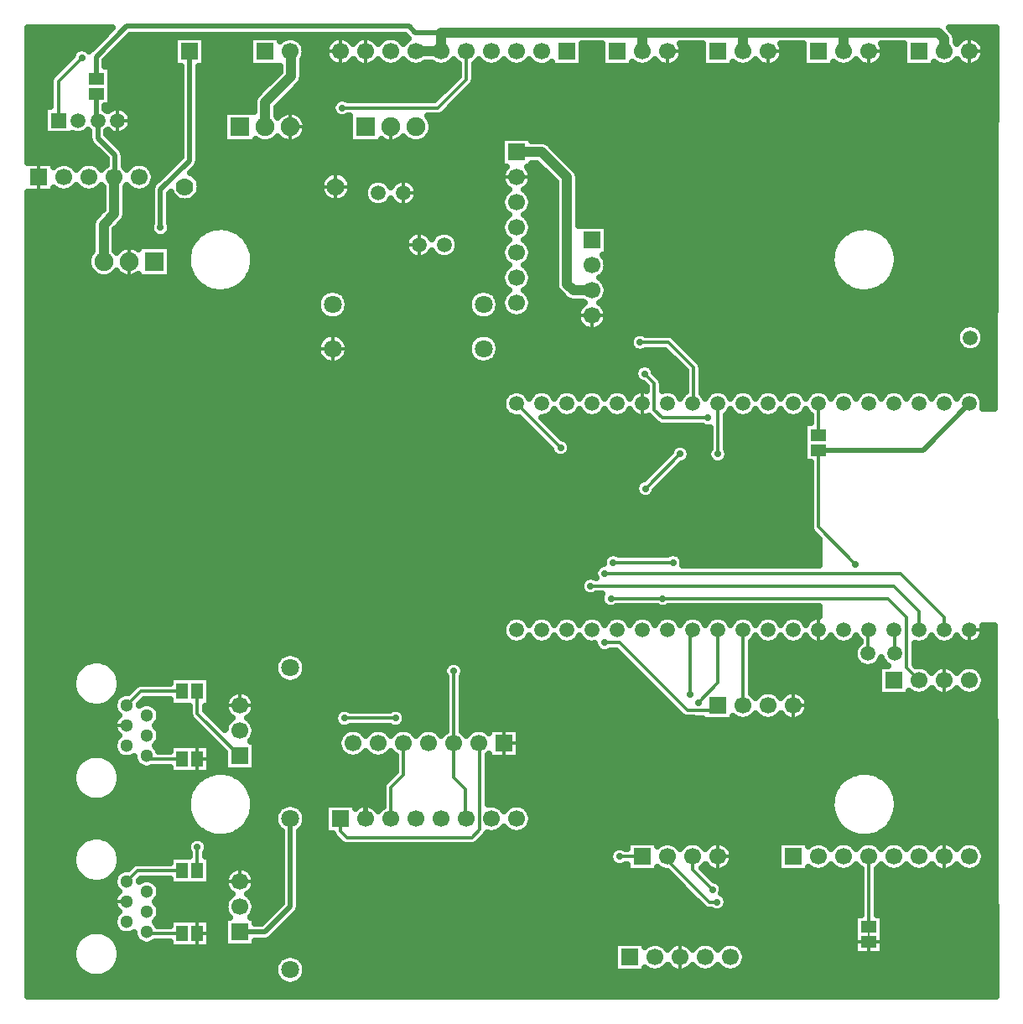
<source format=gbl>
G04 DipTrace 3.3.1.3*
G04 Bottom.GBL*
%MOIN*%
G04 #@! TF.FileFunction,Copper,L2,Bot*
G04 #@! TF.Part,Single*
G04 #@! TA.AperFunction,Conductor*
%ADD13C,0.03937*%
G04 #@! TA.AperFunction,CopperBalancing*
%ADD14C,0.019685*%
%ADD15C,0.012992*%
%ADD16C,0.025*%
G04 #@! TA.AperFunction,ComponentPad*
%ADD18R,0.066929X0.066929*%
%ADD19C,0.066929*%
%ADD20C,0.059055*%
%ADD24R,0.059055X0.059055*%
%ADD25C,0.059055*%
%ADD26R,0.074803X0.074803*%
%ADD27C,0.074803*%
%ADD28C,0.070866*%
%ADD29C,0.07*%
%ADD30C,0.07*%
%ADD31C,0.051181*%
%ADD34R,0.063X0.046*%
%ADD35R,0.008X0.025*%
%ADD36R,0.046X0.063*%
G04 #@! TA.AperFunction,ViaPad*
%ADD37C,0.027559*%
%FSLAX26Y26*%
G04*
G70*
G90*
G75*
G01*
G04 Bottom*
%LPD*%
X2484252Y3800000D2*
D13*
Y3875000D1*
X2884252D1*
X3284252D1*
X3659252D1*
X3684252Y3850000D1*
Y3800000D1*
X2884252D2*
Y3875000D1*
X3284252Y3800000D2*
Y3875000D1*
X3184252Y2215000D2*
D14*
X3599252D1*
X3784252Y2400000D1*
X1584252Y3800000D2*
D13*
X1684252D1*
Y3875000D1*
X2484252D1*
X1834252Y1050000D2*
D15*
X1837500D1*
Y706249D1*
X1806251Y675000D1*
X1309252D1*
X1284252Y700000D1*
Y750000D1*
X2284252Y2850000D2*
D13*
X2209252D1*
X2184252Y2875000D1*
Y3300000D1*
X2084252Y3400000D1*
X1984252D1*
X3331249Y1762500D2*
D15*
X3184252Y1909497D1*
Y2215000D1*
X1684252Y3875000D2*
D14*
X1580757D1*
X1555757Y3900000D1*
X434252D1*
X312500Y3778248D1*
Y3691251D1*
X2484005Y600000D2*
D15*
X2393749D1*
X2784252Y1200000D2*
Y1181249D1*
X2662500D1*
X2393749Y1450000D1*
X2334252D1*
X2159252Y2225000D2*
X1984252Y2400000D1*
X884252Y300000D2*
D14*
X984252D1*
X1084252Y400000D1*
Y750000D1*
X715501Y637500D2*
D15*
Y543751D1*
X884252Y1000000D2*
X715503Y1168749D1*
Y1256249D1*
X400000Y3712500D2*
D14*
Y3693751D1*
X2606249Y1768751D2*
D15*
X2368751D1*
X514173Y300157D2*
X520580Y293751D1*
X655503D1*
X256251Y3775000D2*
X162500Y3681251D1*
Y3525000D1*
X3384252Y600000D2*
Y320433D1*
X2684252Y1500000D2*
X2675000D1*
Y1243751D1*
X2784252Y1500000D2*
Y1290501D1*
X2706251Y1212500D1*
X984252Y3500000D2*
D13*
Y3596752D1*
X1087500Y3700000D1*
Y3803248D1*
X1084252Y3800000D1*
X3184252Y2275000D2*
D15*
Y2400000D1*
X2743751Y2343751D2*
X2562500D1*
X2531249Y2375001D1*
Y2481252D1*
X2493751Y2518751D1*
X1862500Y2625000D2*
Y2618749D1*
X1853003D1*
X2884252Y1200000D2*
Y1500000D1*
X568751Y3100000D2*
D14*
Y3250000D1*
X684252Y3365501D1*
Y3800000D1*
X1534252Y1050000D2*
D15*
Y925000D1*
X1484252Y875000D1*
Y750000D1*
X3684252Y1500000D2*
Y1550000D1*
X3509252Y1725000D1*
X2334252D1*
X3584252Y1500000D2*
Y1575000D1*
X3484252Y1675000D1*
X2278003D1*
X1734252Y1337500D2*
Y1050000D1*
X1784252Y750000D2*
X1781249D1*
Y868751D1*
X1734252Y915748D1*
Y1050000D1*
X2784252Y2400000D2*
Y2200000D1*
X1300000Y1150000D2*
X1503001D1*
X1784252Y3800000D2*
Y3687500D1*
X1671752Y3575000D1*
X1290503D1*
X2634252Y2200000D2*
X2496752Y2062500D1*
X514173Y1000157D2*
X526831Y987500D1*
X655503D1*
X434252Y500000D2*
X478003Y543751D1*
X655501D1*
X434252Y1200000D2*
X490501Y1256249D1*
X655503D1*
X319980Y3525000D2*
D14*
Y3455020D1*
X387500Y3387500D1*
Y3303248D1*
X384252Y3300000D1*
X319980Y3525000D2*
X312500Y3532480D1*
Y3631251D1*
X384252Y3300000D2*
D13*
Y3153001D1*
X343751Y3112500D1*
Y2964370D1*
X3484252Y1500000D2*
D15*
X3487500Y1496752D1*
Y1406249D1*
X3384252Y1500000D2*
X3381251Y1496999D1*
Y1406249D1*
X3584252Y1300000D2*
X3534252Y1350000D1*
Y1550000D1*
X3459252Y1625000D1*
X2565501D1*
X2359252D1*
X2781249Y418751D2*
X2749999D1*
X2568749Y600000D1*
X2584005D1*
X2684005D2*
Y547245D1*
X2762500Y468751D1*
X2475000Y2643751D2*
X2587500D1*
X2687500Y2543751D1*
Y2403248D1*
X2684252Y2400000D1*
D37*
X3331249Y1762500D3*
X2393749Y600000D3*
X2334252Y1450000D3*
X2159252Y2225000D3*
X715501Y637500D3*
X400000Y3712500D3*
X2606249Y1768751D3*
X256251Y3775000D3*
X2675000Y1243751D3*
X2706251Y1212500D3*
X2743751Y2343751D3*
X2334252Y1725000D3*
X2278003Y1675000D3*
X1734252Y1337500D3*
X2784252Y2200000D3*
X1503001Y1150000D3*
X1290503Y3575000D3*
X2634252Y2200000D3*
X2496752Y2062500D3*
X2359252Y1625000D3*
X2781249Y418751D3*
X2565501Y1625000D3*
X2762500Y468751D3*
X2475000Y2643751D3*
X2493751Y2518751D3*
X2368751Y1768751D3*
X1300000Y1150000D3*
D20*
X3787500Y2662500D3*
D37*
X568751Y3100000D3*
X42577Y3868143D2*
D16*
X350164D1*
X3727919D2*
X3886444D1*
X42577Y3843274D2*
X325297D1*
X429731D2*
X622992D1*
X745512D2*
X922983D1*
X1126530D2*
X1241993D1*
X1326513D2*
X1341967D1*
X1426522D2*
X1441976D1*
X1526531D2*
X1541986D1*
X3826529D2*
X3886336D1*
X42577Y3818406D2*
X300429D1*
X404864D2*
X622992D1*
X745512D2*
X922983D1*
X1142571D2*
X1225917D1*
X2245543D2*
X2322969D1*
X2642566D2*
X2722970D1*
X3042567D2*
X3122971D1*
X3442568D2*
X3522972D1*
X3842568D2*
X3886264D1*
X42577Y3793537D2*
X219331D1*
X379996D2*
X622992D1*
X745512D2*
X922983D1*
X1145155D2*
X1223335D1*
X2245543D2*
X2322969D1*
X2645185D2*
X2722970D1*
X3045186D2*
X3122971D1*
X3445188D2*
X3522972D1*
X3845189D2*
X3886156D1*
X42577Y3768668D2*
X202429D1*
X355129D2*
X622992D1*
X745512D2*
X922983D1*
X1136471D2*
X1232018D1*
X2245543D2*
X2322969D1*
X2636466D2*
X2722970D1*
X3036466D2*
X3122971D1*
X3436467D2*
X3522972D1*
X3836469D2*
X3886084D1*
X42577Y3743799D2*
X177562D1*
X350140D2*
X622992D1*
X745512D2*
X922983D1*
X1134999D2*
X1264529D1*
X1303942D2*
X1364538D1*
X1403951D2*
X1464547D1*
X1503961D2*
X1564556D1*
X1603970D2*
X1664530D1*
X1703944D2*
X1749934D1*
X1818558D2*
X1864549D1*
X1903962D2*
X1964558D1*
X2003971D2*
X2064531D1*
X2103944D2*
X2122987D1*
X2245543D2*
X2322969D1*
X2445526D2*
X2464533D1*
X2503945D2*
X2564542D1*
X2603954D2*
X2722970D1*
X2845526D2*
X2864533D1*
X2903946D2*
X2964542D1*
X3003955D2*
X3122971D1*
X3245528D2*
X3264534D1*
X3303948D2*
X3364543D1*
X3403957D2*
X3522972D1*
X3645529D2*
X3664535D1*
X3703949D2*
X3764545D1*
X3803958D2*
X3886012D1*
X42577Y3718930D2*
X152693D1*
X371815D2*
X646604D1*
X721900D2*
X1040001D1*
X1134999D2*
X1749934D1*
X1818558D2*
X3885904D1*
X42577Y3694062D2*
X130875D1*
X371815D2*
X646604D1*
X721900D2*
X1015421D1*
X1134605D2*
X1743332D1*
X1818558D2*
X3885833D1*
X42577Y3669193D2*
X128185D1*
X371815D2*
X646604D1*
X721900D2*
X990554D1*
X1122799D2*
X1718465D1*
X1812780D2*
X3885726D1*
X42577Y3644324D2*
X128185D1*
X371815D2*
X646604D1*
X721900D2*
X965685D1*
X1097967D2*
X1693596D1*
X1788558D2*
X3885654D1*
X42577Y3619455D2*
X128185D1*
X371815D2*
X646604D1*
X721900D2*
X942899D1*
X1073098D2*
X1668728D1*
X1763690D2*
X3885546D1*
X42577Y3594587D2*
X128185D1*
X371815D2*
X646604D1*
X721900D2*
X936762D1*
X1048231D2*
X1254159D1*
X1738823D2*
X3885474D1*
X42577Y3569718D2*
X105147D1*
X432961D2*
X646604D1*
X721900D2*
X936762D1*
X1031760D2*
X1249278D1*
X1713955D2*
X3885366D1*
X42577Y3544849D2*
X105147D1*
X452339D2*
X646604D1*
X721900D2*
X819028D1*
X1130585D2*
X1263130D1*
X1684386D2*
X3885295D1*
X42577Y3519980D2*
X105147D1*
X455819D2*
X646604D1*
X721900D2*
X819028D1*
X1146196D2*
X1319037D1*
X1646206D2*
X3885188D1*
X42577Y3495112D2*
X105147D1*
X447207D2*
X646604D1*
X721900D2*
X819028D1*
X1149281D2*
X1319037D1*
X1649291D2*
X3885115D1*
X42577Y3470243D2*
X105147D1*
X219845D2*
X235765D1*
X246718D2*
X282343D1*
X357640D2*
X393226D1*
X404188D2*
X646604D1*
X721900D2*
X819028D1*
X1141961D2*
X1319037D1*
X1641971D2*
X3885008D1*
X42577Y3445374D2*
X283671D1*
X381825D2*
X646604D1*
X721900D2*
X819028D1*
X1017550D2*
X1050946D1*
X1117559D2*
X1319037D1*
X1517560D2*
X1550957D1*
X1617570D2*
X1922969D1*
X2045525D2*
X3884936D1*
X42577Y3420505D2*
X302295D1*
X406694D2*
X646604D1*
X721900D2*
X1922969D1*
X2129888D2*
X3884828D1*
X42577Y3395636D2*
X327163D1*
X424205D2*
X646604D1*
X721900D2*
X1922969D1*
X2154756D2*
X3884756D1*
X42577Y3370768D2*
X349841D1*
X425138D2*
X637310D1*
X721900D2*
X1922969D1*
X2179623D2*
X3884648D1*
X223470Y3345899D2*
X245024D1*
X323479D2*
X345033D1*
X425138D2*
X445042D1*
X523461D2*
X612442D1*
X715944D2*
X1922969D1*
X2045525D2*
X2072210D1*
X2204492D2*
X3884577D1*
X541655Y3321030D2*
X587573D1*
X692009D2*
X1248453D1*
X1282555D2*
X1926879D1*
X2041650D2*
X2097079D1*
X2226525D2*
X3884470D1*
X545386Y3296161D2*
X562706D1*
X718060D2*
X1212963D1*
X1318045D2*
X1923112D1*
X2045417D2*
X2121946D1*
X2231764D2*
X3884398D1*
X727678Y3271293D2*
X1203346D1*
X1327661D2*
X1388545D1*
X1579928D2*
X1930467D1*
X2038025D2*
X2136766D1*
X2231764D2*
X3884290D1*
X210909Y3246424D2*
X257583D1*
X310919D2*
X336744D1*
X431741D2*
X457566D1*
X510937D2*
X531092D1*
X726135D2*
X1204890D1*
X1326118D2*
X1377636D1*
X1590871D2*
X1945719D1*
X2022810D2*
X2136766D1*
X2231764D2*
X3884218D1*
X42577Y3221555D2*
X336744D1*
X431741D2*
X531092D1*
X712283D2*
X1218705D1*
X1312268D2*
X1379286D1*
X1589222D2*
X1927059D1*
X2041434D2*
X2136766D1*
X2231764D2*
X3884110D1*
X42577Y3196686D2*
X336744D1*
X431741D2*
X531092D1*
X606390D2*
X1395112D1*
X1473387D2*
X1495121D1*
X1573396D2*
X1923076D1*
X2045417D2*
X2136766D1*
X2231764D2*
X3884039D1*
X42577Y3171818D2*
X336744D1*
X431741D2*
X531092D1*
X606390D2*
X1930181D1*
X2038348D2*
X2136766D1*
X2231764D2*
X3883932D1*
X42577Y3146949D2*
X312055D1*
X431346D2*
X531092D1*
X606390D2*
X1946400D1*
X2022129D2*
X2136766D1*
X2231764D2*
X3883860D1*
X42577Y3122080D2*
X297270D1*
X419433D2*
X531092D1*
X606390D2*
X1927274D1*
X2041219D2*
X2136766D1*
X2231764D2*
X3883752D1*
X42577Y3097211D2*
X296266D1*
X394601D2*
X527252D1*
X610228D2*
X765524D1*
X848643D2*
X1923039D1*
X2045453D2*
X2136766D1*
X2345517D2*
X3324568D1*
X3407689D2*
X3883680D1*
X42577Y3072343D2*
X296266D1*
X391264D2*
X538627D1*
X598890D2*
X720238D1*
X893929D2*
X1557954D1*
X1635584D2*
X1657928D1*
X1735556D2*
X1929894D1*
X2038598D2*
X2136766D1*
X2345517D2*
X3279319D1*
X3452974D2*
X3883572D1*
X42577Y3047474D2*
X296266D1*
X391264D2*
X697524D1*
X916644D2*
X1541878D1*
X1751633D2*
X1947083D1*
X2021411D2*
X2136766D1*
X2345517D2*
X3256568D1*
X3475724D2*
X3883500D1*
X42577Y3022605D2*
X296266D1*
X391264D2*
X417986D1*
X608972D2*
X683852D1*
X930316D2*
X1540084D1*
X1753391D2*
X1927490D1*
X2041003D2*
X2136766D1*
X2345517D2*
X3242896D1*
X3489361D2*
X3883392D1*
X42577Y2997736D2*
X288156D1*
X608972D2*
X676315D1*
X937852D2*
X1550849D1*
X1742663D2*
X1923004D1*
X2045488D2*
X2136766D1*
X2345517D2*
X3235361D1*
X3496896D2*
X3883322D1*
X42577Y2972867D2*
X279113D1*
X608972D2*
X673840D1*
X940328D2*
X1929606D1*
X2038886D2*
X2136766D1*
X2340887D2*
X3232885D1*
X3499373D2*
X3883214D1*
X42577Y2947999D2*
X280728D1*
X608972D2*
X676136D1*
X938031D2*
X1947836D1*
X2020657D2*
X2136766D1*
X2345480D2*
X3235217D1*
X3497076D2*
X3883142D1*
X42577Y2923130D2*
X294005D1*
X608972D2*
X683492D1*
X930675D2*
X1927705D1*
X2040787D2*
X2136766D1*
X2339021D2*
X3242573D1*
X3489719D2*
X3883034D1*
X42577Y2898261D2*
X696913D1*
X917255D2*
X1923004D1*
X2045488D2*
X2136766D1*
X2320290D2*
X3255993D1*
X3476299D2*
X3882962D1*
X42577Y2873392D2*
X719234D1*
X894934D2*
X1929356D1*
X2039173D2*
X2136802D1*
X2340672D2*
X3278314D1*
X3453979D2*
X3882891D1*
X42577Y2848524D2*
X762904D1*
X851262D2*
X1224231D1*
X1281765D2*
X1824251D1*
X1881749D2*
X1948589D1*
X2019903D2*
X2145378D1*
X2345517D2*
X3321949D1*
X3410344D2*
X3882783D1*
X42577Y2823655D2*
X1197640D1*
X1308391D2*
X1797625D1*
X1908375D2*
X1927955D1*
X2040572D2*
X2169457D1*
X2339308D2*
X3882711D1*
X42577Y2798786D2*
X1189962D1*
X1316035D2*
X1789982D1*
X2045525D2*
X2248976D1*
X2319537D2*
X3882604D1*
X42577Y2773917D2*
X1193084D1*
X1312913D2*
X1793104D1*
X1912933D2*
X1929068D1*
X2039424D2*
X2228055D1*
X2340457D2*
X3882531D1*
X42577Y2749049D2*
X1209375D1*
X1296622D2*
X1809358D1*
X1896642D2*
X1952465D1*
X2016064D2*
X2222996D1*
X2345517D2*
X3882424D1*
X42577Y2724180D2*
X2228953D1*
X2339559D2*
X3882352D1*
X42577Y2699311D2*
X2251990D1*
X2316522D2*
X3744341D1*
X3830655D2*
X3882244D1*
X42577Y2674442D2*
X1226240D1*
X1279756D2*
X1826260D1*
X1879740D2*
X2448277D1*
X2598357D2*
X3731495D1*
X3843538D2*
X3882173D1*
X42577Y2649573D2*
X1198143D1*
X1307853D2*
X1798163D1*
X1907837D2*
X2433852D1*
X2629146D2*
X3731710D1*
X3843286D2*
X3882066D1*
X42577Y2624705D2*
X1190034D1*
X1315963D2*
X1790052D1*
X1915946D2*
X2438373D1*
X2654013D2*
X3745274D1*
X3829722D2*
X3881993D1*
X42577Y2599836D2*
X1192761D1*
X1313236D2*
X1792781D1*
X1913219D2*
X2583919D1*
X2678881D2*
X3881886D1*
X42577Y2574967D2*
X1208407D1*
X1297626D2*
X1808390D1*
X1897610D2*
X2608786D1*
X2703748D2*
X3881814D1*
X42577Y2550098D2*
X2467906D1*
X2519591D2*
X2633655D1*
X2721152D2*
X3881706D1*
X42577Y2525230D2*
X2452690D1*
X2534806D2*
X2653176D1*
X2721798D2*
X3881635D1*
X42577Y2500361D2*
X2456745D1*
X2559171D2*
X2653176D1*
X2721798D2*
X3881528D1*
X42577Y2475492D2*
X2489543D1*
X2565558D2*
X2653176D1*
X2721798D2*
X3881455D1*
X42577Y2450623D2*
X1960682D1*
X2007846D2*
X2060656D1*
X2107820D2*
X2160665D1*
X2207829D2*
X2260675D1*
X2307839D2*
X2360684D1*
X2407848D2*
X2460656D1*
X2607829D2*
X2653176D1*
X2721798D2*
X2760684D1*
X2807848D2*
X2860657D1*
X2907822D2*
X2960667D1*
X3007831D2*
X3060676D1*
X3107840D2*
X3160685D1*
X3207849D2*
X3260659D1*
X3307823D2*
X3360668D1*
X3407832D2*
X3460677D1*
X3507841D2*
X3560651D1*
X3607850D2*
X3660660D1*
X3707824D2*
X3760669D1*
X3807833D2*
X3881348D1*
X42577Y2425755D2*
X1933339D1*
X3835177D2*
X3881276D1*
X42577Y2400886D2*
X1926915D1*
X3841600D2*
X3881168D1*
X42577Y2376017D2*
X1932441D1*
X42577Y2351148D2*
X1956843D1*
X2111659D2*
X2156825D1*
X2211668D2*
X2256835D1*
X2311677D2*
X2356844D1*
X2411651D2*
X2456853D1*
X2818542D2*
X2856854D1*
X2911661D2*
X2956827D1*
X3011671D2*
X3056836D1*
X3111680D2*
X3149955D1*
X42577Y2326280D2*
X2010490D1*
X2105451D2*
X2532497D1*
X2818542D2*
X3149955D1*
X42577Y2301411D2*
X2035357D1*
X2130319D2*
X2749955D1*
X2818542D2*
X3124945D1*
X42577Y2276542D2*
X2060224D1*
X2155186D2*
X2749955D1*
X2818542D2*
X3124945D1*
X42577Y2251673D2*
X2085093D1*
X2190318D2*
X2749955D1*
X2818542D2*
X3124945D1*
X42577Y2226804D2*
X2109961D1*
X2200795D2*
X2603297D1*
X2665209D2*
X2749955D1*
X2818542D2*
X3124945D1*
X42577Y2201936D2*
X2125176D1*
X2193295D2*
X2588692D1*
X2675794D2*
X2742706D1*
X2825790D2*
X3124945D1*
X42577Y2177067D2*
X2563824D1*
X2668403D2*
X2750098D1*
X2818398D2*
X3124945D1*
X42577Y2152198D2*
X2538955D1*
X2633917D2*
X3149955D1*
X42577Y2127329D2*
X2514088D1*
X2609050D2*
X3149955D1*
X42577Y2102461D2*
X2489220D1*
X2584182D2*
X3149955D1*
X42577Y2077592D2*
X2458181D1*
X2559315D2*
X3149955D1*
X42577Y2052723D2*
X2456386D1*
X2537102D2*
X3149955D1*
X42577Y2027854D2*
X2476159D1*
X2517366D2*
X3149955D1*
X42577Y2002986D2*
X3149955D1*
X42577Y1978117D2*
X3149955D1*
X42577Y1953248D2*
X3149955D1*
X42577Y1928379D2*
X3149955D1*
X42577Y1903510D2*
X3150530D1*
X42577Y1878642D2*
X3167612D1*
X42577Y1853773D2*
X3185014D1*
X42577Y1828904D2*
X3185014D1*
X42577Y1804035D2*
X2349416D1*
X2388075D2*
X2586933D1*
X2625556D2*
X3185014D1*
X42577Y1779167D2*
X2328567D1*
X2646441D2*
X3185014D1*
X42577Y1754298D2*
X2305888D1*
X42577Y1729429D2*
X2292898D1*
X42577Y1704560D2*
X2249909D1*
X42577Y1679692D2*
X2236703D1*
X42577Y1654823D2*
X2242014D1*
X42577Y1629954D2*
X2317982D1*
X42577Y1605085D2*
X2323113D1*
X42577Y1580217D2*
X3185014D1*
X42577Y1555348D2*
X3185014D1*
X42577Y1530479D2*
X1936173D1*
X42577Y1505610D2*
X1927202D1*
X3841312D2*
X3881168D1*
X42577Y1480741D2*
X1930396D1*
X3838083D2*
X3881240D1*
X42577Y1455873D2*
X1949199D1*
X2019293D2*
X2049209D1*
X2119303D2*
X2149182D1*
X2219312D2*
X2249192D1*
X2919304D2*
X2949184D1*
X3019314D2*
X3049193D1*
X3119323D2*
X3149202D1*
X3219297D2*
X3249176D1*
X3319306D2*
X3346961D1*
X3619298D2*
X3649177D1*
X3719307D2*
X3749186D1*
X3819316D2*
X3881348D1*
X42577Y1431004D2*
X2297598D1*
X2918551D2*
X3329807D1*
X3568558D2*
X3881419D1*
X42577Y1406135D2*
X1058554D1*
X1109953D2*
X2390144D1*
X2918551D2*
X3323923D1*
X3568558D2*
X3881528D1*
X42577Y1381266D2*
X1029667D1*
X1138839D2*
X2415012D1*
X2918551D2*
X3329951D1*
X3568558D2*
X3881598D1*
X42577Y1356398D2*
X248934D1*
X379493D2*
X1021343D1*
X1147164D2*
X1697543D1*
X1770975D2*
X2439879D1*
X2918551D2*
X3355895D1*
X3406612D2*
X3422963D1*
X3603293D2*
X3665217D1*
X3703302D2*
X3765190D1*
X3803311D2*
X3881706D1*
X42577Y1331529D2*
X229558D1*
X398871D2*
X1023890D1*
X1144617D2*
X1693130D1*
X1775388D2*
X2464748D1*
X2918551D2*
X3422963D1*
X3836361D2*
X3881814D1*
X42577Y1306660D2*
X220479D1*
X407950D2*
X604690D1*
X766325D2*
X1039176D1*
X1129329D2*
X1699948D1*
X1768571D2*
X2489615D1*
X2918551D2*
X3422963D1*
X3845152D2*
X3881886D1*
X42577Y1281791D2*
X218648D1*
X409744D2*
X469049D1*
X766325D2*
X1699948D1*
X1768571D2*
X2514483D1*
X2918551D2*
X3422963D1*
X3842640D2*
X3881993D1*
X42577Y1256923D2*
X223636D1*
X404791D2*
X443678D1*
X766325D2*
X867112D1*
X901394D2*
X1699948D1*
X1768571D2*
X2539350D1*
X2918551D2*
X2967126D1*
X3001408D2*
X3067100D1*
X3101381D2*
X3422963D1*
X3626726D2*
X3641749D1*
X3726735D2*
X3741759D1*
X3826744D2*
X3882066D1*
X42577Y1232054D2*
X236734D1*
X766325D2*
X832483D1*
X936021D2*
X1699948D1*
X1768571D2*
X2564218D1*
X3136009D2*
X3882173D1*
X42577Y1207185D2*
X264329D1*
X364063D2*
X381348D1*
X535769D2*
X604690D1*
X766325D2*
X823404D1*
X945100D2*
X1699948D1*
X1768571D2*
X2589087D1*
X3145088D2*
X3882244D1*
X42577Y1182316D2*
X384039D1*
X562432D2*
X681196D1*
X749819D2*
X825701D1*
X942803D2*
X1275509D1*
X1324504D2*
X1478507D1*
X1527500D2*
X1699948D1*
X1768571D2*
X2613954D1*
X3142791D2*
X3882352D1*
X42577Y1157448D2*
X397172D1*
X567526D2*
X683277D1*
X774291D2*
X841203D1*
X927302D2*
X1259110D1*
X1543864D2*
X1699948D1*
X1768571D2*
X2638894D1*
X2927307D2*
X2941218D1*
X3027280D2*
X3041192D1*
X3127289D2*
X3882424D1*
X42577Y1132579D2*
X382424D1*
X559560D2*
X704198D1*
X799159D2*
X832843D1*
X935663D2*
X1262520D1*
X1540491D2*
X1699948D1*
X1768571D2*
X3882531D1*
X42577Y1107710D2*
X382388D1*
X559417D2*
X729066D1*
X945029D2*
X1320615D1*
X1347900D2*
X1420625D1*
X1447909D2*
X1520598D1*
X1547883D2*
X1620608D1*
X1647892D2*
X1699948D1*
X1768571D2*
X1820626D1*
X1847911D2*
X1872982D1*
X1995538D2*
X3882604D1*
X42577Y1082841D2*
X397064D1*
X567491D2*
X753933D1*
X942983D2*
X1283009D1*
X1995538D2*
X3882711D1*
X42577Y1057972D2*
X384075D1*
X562539D2*
X778801D1*
X945530D2*
X1273535D1*
X1995538D2*
X3882819D1*
X42577Y1033104D2*
X381348D1*
X555470D2*
X604690D1*
X766325D2*
X803668D1*
X945530D2*
X1275474D1*
X1995538D2*
X3882891D1*
X42577Y1008235D2*
X392113D1*
X766325D2*
X822974D1*
X945530D2*
X1290402D1*
X1995538D2*
X3882999D1*
X42577Y983366D2*
X251016D1*
X377412D2*
X463630D1*
X766325D2*
X822974D1*
X945530D2*
X1499929D1*
X1871810D2*
X3883070D1*
X42577Y958497D2*
X230562D1*
X397866D2*
X482433D1*
X766325D2*
X822974D1*
X945530D2*
X1499929D1*
X1871810D2*
X3883177D1*
X42577Y933629D2*
X220874D1*
X407520D2*
X604690D1*
X842471D2*
X1495408D1*
X1871810D2*
X3330777D1*
X3401516D2*
X3883249D1*
X42577Y908760D2*
X218577D1*
X409852D2*
X722391D1*
X891777D2*
X1470541D1*
X1871810D2*
X3281436D1*
X3450822D2*
X3883357D1*
X42577Y883891D2*
X223026D1*
X405402D2*
X698780D1*
X915388D2*
X1451198D1*
X1871810D2*
X3257824D1*
X3474433D2*
X3883429D1*
X42577Y859022D2*
X235407D1*
X393022D2*
X684605D1*
X929562D2*
X1449942D1*
X1871810D2*
X3243650D1*
X3488643D2*
X3883537D1*
X42577Y834154D2*
X261350D1*
X367077D2*
X676675D1*
X937492D2*
X1449942D1*
X1871810D2*
X3235719D1*
X3496538D2*
X3883608D1*
X42577Y809285D2*
X673875D1*
X940291D2*
X1068530D1*
X1099976D2*
X1449942D1*
X1871810D2*
X3232920D1*
X3499373D2*
X3883715D1*
X42577Y784416D2*
X675814D1*
X938354D2*
X1031713D1*
X1136794D2*
X1222975D1*
X2034400D2*
X3234894D1*
X3497399D2*
X3883824D1*
X42577Y759547D2*
X682811D1*
X931392D2*
X1021773D1*
X1146734D2*
X1222975D1*
X2044735D2*
X3241856D1*
X3490437D2*
X3883895D1*
X42577Y734678D2*
X695728D1*
X918438D2*
X1022957D1*
X1145550D2*
X1222975D1*
X2043479D2*
X3254774D1*
X3477518D2*
X3884003D1*
X42577Y709810D2*
X717223D1*
X896944D2*
X1036198D1*
X1132308D2*
X1222975D1*
X2029627D2*
X3276304D1*
X3455988D2*
X3884075D1*
X42577Y684941D2*
X757951D1*
X856215D2*
X1046605D1*
X1121902D2*
X1253728D1*
X1863627D2*
X3317033D1*
X3415260D2*
X3884182D1*
X42577Y660072D2*
X253205D1*
X375188D2*
X681088D1*
X749927D2*
X1046605D1*
X1121902D2*
X1276694D1*
X1838795D2*
X3884255D1*
X42577Y635203D2*
X231639D1*
X396790D2*
X673983D1*
X757031D2*
X1046605D1*
X1121902D2*
X2374248D1*
X2833577D2*
X3022962D1*
X3833814D2*
X3884362D1*
X42577Y610335D2*
X221340D1*
X407088D2*
X681196D1*
X749819D2*
X1046605D1*
X1121902D2*
X2353542D1*
X2844378D2*
X3022962D1*
X3844614D2*
X3884433D1*
X42577Y585466D2*
X218505D1*
X409924D2*
X604690D1*
X766325D2*
X1046605D1*
X1121902D2*
X2354978D1*
X2843445D2*
X3022962D1*
X3843717D2*
X3884541D1*
X42577Y560597D2*
X222453D1*
X405976D2*
X447374D1*
X766325D2*
X1046605D1*
X1121902D2*
X2422727D1*
X2830133D2*
X3022962D1*
X3830369D2*
X3884613D1*
X42577Y535728D2*
X234151D1*
X766325D2*
X835067D1*
X933438D2*
X1046605D1*
X1121902D2*
X2585534D1*
X2743005D2*
X3349938D1*
X3418562D2*
X3884720D1*
X42577Y510860D2*
X258588D1*
X492601D2*
X604690D1*
X766325D2*
X823979D1*
X944526D2*
X1046605D1*
X1121902D2*
X2610402D1*
X2767873D2*
X3349938D1*
X3418562D2*
X3884828D1*
X42577Y485991D2*
X382819D1*
X560421D2*
X824660D1*
X943844D2*
X1046605D1*
X1121902D2*
X2635269D1*
X2800097D2*
X3349938D1*
X3418562D2*
X3884900D1*
X42577Y461122D2*
X398895D1*
X567563D2*
X837686D1*
X930819D2*
X1046605D1*
X1121902D2*
X2660136D1*
X2803327D2*
X3349938D1*
X3418562D2*
X3885008D1*
X42577Y436253D2*
X383500D1*
X561714D2*
X835497D1*
X933007D2*
X1046605D1*
X1121902D2*
X2685005D1*
X2818685D2*
X3349938D1*
X3418562D2*
X3885080D1*
X42577Y411385D2*
X381598D1*
X556798D2*
X824087D1*
X944419D2*
X1043411D1*
X1121902D2*
X2709873D1*
X2822130D2*
X3349938D1*
X3418562D2*
X3885188D1*
X42577Y386516D2*
X393476D1*
X567168D2*
X824552D1*
X943951D2*
X1018543D1*
X1119210D2*
X2756630D1*
X2805874D2*
X3349938D1*
X3418562D2*
X3885259D1*
X42577Y361647D2*
X385618D1*
X564118D2*
X837220D1*
X931285D2*
X993676D1*
X1098110D2*
X3324928D1*
X3443572D2*
X3885366D1*
X42577Y336778D2*
X380953D1*
X552025D2*
X604690D1*
X766325D2*
X822974D1*
X945530D2*
X968807D1*
X1073243D2*
X3324928D1*
X3443572D2*
X3885438D1*
X42577Y311909D2*
X389421D1*
X766325D2*
X822974D1*
X1048375D2*
X3324928D1*
X3443572D2*
X3885546D1*
X42577Y287041D2*
X255609D1*
X372819D2*
X462482D1*
X766325D2*
X822974D1*
X1023507D2*
X3324928D1*
X3443572D2*
X3885618D1*
X42577Y262172D2*
X232751D1*
X395677D2*
X477804D1*
X766325D2*
X822974D1*
X945530D2*
X3324928D1*
X3443572D2*
X3885726D1*
X42577Y237303D2*
X221806D1*
X406587D2*
X604690D1*
X766325D2*
X2372992D1*
X2882164D2*
X3324928D1*
X3443572D2*
X3885833D1*
X42577Y212434D2*
X218505D1*
X409924D2*
X2372992D1*
X2894185D2*
X3324928D1*
X3443572D2*
X3885904D1*
X42577Y187566D2*
X221915D1*
X406514D2*
X1034009D1*
X1134497D2*
X2372992D1*
X2894185D2*
X3886012D1*
X42577Y162697D2*
X232966D1*
X395462D2*
X1022346D1*
X1146159D2*
X2372992D1*
X2882164D2*
X3886084D1*
X42577Y137828D2*
X256039D1*
X372388D2*
X1022239D1*
X1146266D2*
X3886192D1*
X42577Y112959D2*
X1033614D1*
X1134891D2*
X3886264D1*
X42577Y88091D2*
X3886371D1*
X42577Y63222D2*
X3886444D1*
X634663Y3858776D2*
X743028D1*
Y3741224D1*
X719379D1*
X719297Y3362744D1*
X718434Y3357295D1*
X716730Y3352050D1*
X714226Y3347134D1*
X710983Y3342672D1*
X687211Y3318747D1*
X692883Y3316238D1*
X700951Y3311293D1*
X708148Y3305147D1*
X714294Y3297950D1*
X719239Y3289881D1*
X722861Y3281136D1*
X725071Y3271934D1*
X725812Y3262500D1*
X725071Y3253066D1*
X722861Y3243864D1*
X719239Y3235119D1*
X714294Y3227050D1*
X708148Y3219853D1*
X700951Y3213707D1*
X692883Y3208762D1*
X684139Y3205140D1*
X674937Y3202932D1*
X665501Y3202189D1*
X656067Y3202932D1*
X646865Y3205140D1*
X638121Y3208762D1*
X630052Y3213707D1*
X622856Y3219853D1*
X616710Y3227050D1*
X611765Y3235119D1*
X609276Y3240791D1*
X603883Y3235419D1*
X603904Y3117121D1*
X605928Y3112080D1*
X607360Y3106115D1*
X607840Y3100000D1*
X607360Y3093885D1*
X605928Y3087920D1*
X603580Y3082253D1*
X600375Y3077024D1*
X596391Y3072358D1*
X591727Y3068375D1*
X586497Y3065171D1*
X580829Y3062823D1*
X574865Y3061391D1*
X568751Y3060909D1*
X562635Y3061391D1*
X556671Y3062823D1*
X551003Y3065171D1*
X545773Y3068375D1*
X541109Y3072358D1*
X537125Y3077024D1*
X533920Y3082253D1*
X531572Y3087920D1*
X530140Y3093885D1*
X529660Y3100000D1*
X530140Y3106115D1*
X531572Y3112080D1*
X533593Y3117039D1*
X533705Y3252759D1*
X534568Y3258206D1*
X536272Y3263453D1*
X538777Y3268367D1*
X542018Y3272831D1*
X582867Y3313832D1*
X649118Y3380083D1*
X649098Y3741245D1*
X625476Y3741224D1*
Y3858776D1*
X634663D1*
X1646748Y3008738D2*
X1643899Y3003241D1*
X1639734Y2997194D1*
X1634798Y2991756D1*
X1629180Y2987028D1*
X1622980Y2983091D1*
X1616310Y2980018D1*
X1609290Y2977865D1*
X1602045Y2976668D1*
X1594703Y2976450D1*
X1587400Y2977215D1*
X1580264Y2978949D1*
X1573424Y2981621D1*
X1567003Y2985184D1*
X1561114Y2989571D1*
X1555865Y2994706D1*
X1551348Y3000497D1*
X1547646Y3006840D1*
X1544825Y3013619D1*
X1542934Y3020715D1*
X1542009Y3028001D1*
X1542067Y3035344D1*
X1543104Y3042614D1*
X1545104Y3049680D1*
X1548029Y3056416D1*
X1551828Y3062701D1*
X1556433Y3068421D1*
X1561761Y3073475D1*
X1567717Y3077772D1*
X1574192Y3081234D1*
X1581072Y3083801D1*
X1588235Y3085424D1*
X1595549Y3086076D1*
X1602886Y3085745D1*
X1610112Y3084437D1*
X1617098Y3082175D1*
X1623719Y3079000D1*
X1629858Y3074969D1*
X1635403Y3070154D1*
X1640253Y3064640D1*
X1644325Y3058529D1*
X1646752Y3053768D1*
X1649995Y3059904D1*
X1655052Y3066865D1*
X1661138Y3072950D1*
X1668098Y3078008D1*
X1675766Y3081915D1*
X1683950Y3084573D1*
X1692449Y3085920D1*
X1701055D1*
X1709554Y3084573D1*
X1717738Y3081915D1*
X1725406Y3078008D1*
X1732366Y3072950D1*
X1738451Y3066865D1*
X1743509Y3059904D1*
X1747416Y3052236D1*
X1750075Y3044052D1*
X1751421Y3035554D1*
Y3026948D1*
X1750075Y3018449D1*
X1747416Y3010265D1*
X1743509Y3002597D1*
X1738451Y2995636D1*
X1732366Y2989551D1*
X1725406Y2984493D1*
X1717738Y2980587D1*
X1709554Y2977928D1*
X1701055Y2976581D1*
X1692449D1*
X1683950Y2977928D1*
X1675766Y2980587D1*
X1668098Y2984493D1*
X1661138Y2989551D1*
X1655052Y2995636D1*
X1649995Y3002597D1*
X1646770Y3008783D1*
X1589060Y3235663D2*
X1588323Y3228357D1*
X1586617Y3221214D1*
X1583971Y3214364D1*
X1580434Y3207928D1*
X1576068Y3202022D1*
X1570953Y3196753D1*
X1565180Y3192215D1*
X1558852Y3188488D1*
X1552083Y3185642D1*
X1544995Y3183724D1*
X1537713Y3182770D1*
X1530369Y3182799D1*
X1523096Y3183808D1*
X1516021Y3185781D1*
X1509274Y3188680D1*
X1502975Y3192455D1*
X1497238Y3197038D1*
X1492163Y3202346D1*
X1487844Y3208285D1*
X1484256Y3214978D1*
X1481009Y3208846D1*
X1475951Y3201886D1*
X1469866Y3195801D1*
X1462906Y3190743D1*
X1455238Y3186836D1*
X1447054Y3184177D1*
X1438555Y3182831D1*
X1429949D1*
X1421450Y3184177D1*
X1413266Y3186836D1*
X1405598Y3190743D1*
X1398638Y3195801D1*
X1392552Y3201886D1*
X1387495Y3208846D1*
X1383588Y3216514D1*
X1380929Y3224698D1*
X1379583Y3233197D1*
Y3241803D1*
X1380929Y3250302D1*
X1383588Y3258486D1*
X1387495Y3266154D1*
X1392552Y3273114D1*
X1398638Y3279199D1*
X1405598Y3284257D1*
X1413266Y3288164D1*
X1421450Y3290823D1*
X1429949Y3292169D1*
X1438555D1*
X1447054Y3290823D1*
X1455238Y3288164D1*
X1462906Y3284257D1*
X1469866Y3279199D1*
X1475951Y3273114D1*
X1481009Y3266154D1*
X1484234Y3259967D1*
X1487323Y3265871D1*
X1491534Y3271887D1*
X1496512Y3277286D1*
X1502167Y3281972D1*
X1508396Y3285861D1*
X1515089Y3288882D1*
X1522126Y3290982D1*
X1529381Y3292122D1*
X1536723Y3292283D1*
X1544020Y3291462D1*
X1551143Y3289672D1*
X1557962Y3286948D1*
X1564357Y3283337D1*
X1570211Y3278903D1*
X1575420Y3273727D1*
X1579891Y3267902D1*
X1583545Y3261531D1*
X1586314Y3254730D1*
X1588148Y3247619D1*
X1589017Y3240328D1*
X1589060Y3235663D1*
X116848Y3579839D2*
X130663D1*
X130791Y3683747D1*
X131572Y3688676D1*
X133114Y3693423D1*
X135381Y3697870D1*
X138314Y3701908D1*
X185479Y3749211D1*
X217678Y3781411D1*
X219072Y3787080D1*
X221420Y3792748D1*
X224625Y3797978D1*
X228609Y3802642D1*
X233273Y3806626D1*
X238503Y3809831D1*
X244171Y3812178D1*
X250135Y3813610D1*
X256251Y3814091D1*
X262365Y3813610D1*
X268329Y3812178D1*
X273997Y3809831D1*
X279227Y3806626D1*
X283891Y3802642D1*
X285559Y3800837D1*
X307130Y3822593D1*
X377542Y3893005D1*
X40042Y3893012D1*
X40175Y3358776D1*
X143028D1*
Y3341888D1*
X149705Y3347550D1*
X157568Y3352370D1*
X166089Y3355899D1*
X175058Y3358052D1*
X184252Y3358776D1*
X193446Y3358052D1*
X202415Y3355899D1*
X210936Y3352370D1*
X218799Y3347550D1*
X225812Y3341560D1*
X231802Y3334547D1*
X234256Y3330875D1*
X239559Y3338172D1*
X246080Y3344693D1*
X253542Y3350114D1*
X261760Y3354302D1*
X270531Y3357152D1*
X279640Y3358594D1*
X288864D1*
X297972Y3357152D1*
X306744Y3354302D1*
X314962Y3350114D1*
X322424Y3344693D1*
X328945Y3338172D1*
X334256Y3330875D1*
X339559Y3338172D1*
X346080Y3344693D1*
X352358Y3349323D1*
X352346Y3372971D1*
X293249Y3432189D1*
X290007Y3436652D1*
X287503Y3441567D1*
X285798Y3446814D1*
X284936Y3452261D1*
X284827Y3482902D1*
X280621Y3486853D1*
X276854Y3483301D1*
X269894Y3478243D1*
X262226Y3474336D1*
X254042Y3471677D1*
X245543Y3470331D1*
X236937D1*
X228438Y3471677D1*
X220255Y3474336D1*
X217337Y3475681D1*
X217339Y3470161D1*
X107661D1*
Y3579839D1*
X116848D1*
X359340Y3486853D2*
X355133Y3482936D1*
X355134Y3469559D1*
X414231Y3410331D1*
X417474Y3405867D1*
X419978Y3400953D1*
X421682Y3395706D1*
X422545Y3390259D1*
X422654Y3344475D1*
X428945Y3338172D1*
X434256Y3330875D1*
X439559Y3338172D1*
X446080Y3344693D1*
X453542Y3350114D1*
X461760Y3354302D1*
X470531Y3357152D1*
X479640Y3358594D1*
X488864D1*
X497972Y3357152D1*
X506744Y3354302D1*
X514962Y3350114D1*
X522424Y3344693D1*
X528945Y3338172D1*
X534366Y3330710D1*
X538554Y3322492D1*
X541404Y3313720D1*
X542846Y3304612D1*
Y3295388D1*
X541404Y3286280D1*
X538554Y3277508D1*
X534366Y3269290D1*
X528945Y3261828D1*
X522424Y3255307D1*
X514962Y3249886D1*
X506744Y3245698D1*
X497972Y3242848D1*
X488864Y3241406D1*
X479640D1*
X470531Y3242848D1*
X461760Y3245698D1*
X453542Y3249886D1*
X446080Y3255307D1*
X439559Y3261828D1*
X434248Y3269125D1*
X429247Y3262210D1*
X429109Y3149471D1*
X428005Y3142497D1*
X425823Y3135782D1*
X422618Y3129492D1*
X418467Y3123780D1*
X396581Y3101698D1*
X388741Y3093857D1*
X388747Y3008042D1*
X393736Y3002184D1*
X398073Y3007340D1*
X403411Y3012386D1*
X409301Y3016773D1*
X415664Y3020442D1*
X422412Y3023341D1*
X429454Y3025432D1*
X436690Y3026684D1*
X444025Y3027083D1*
X451356Y3026619D1*
X458581Y3025304D1*
X465604Y3023152D1*
X472327Y3020194D1*
X478657Y3016470D1*
X481042Y3014782D1*
X481038Y3027083D1*
X606463D1*
Y2901657D1*
X481038D1*
X480865Y2913819D1*
X474699Y2909827D1*
X468110Y2906581D1*
X461186Y2904130D1*
X454024Y2902505D1*
X446720Y2901728D1*
X439375Y2901810D1*
X432092Y2902751D1*
X424967Y2904537D1*
X418100Y2907143D1*
X411585Y2910534D1*
X405512Y2914664D1*
X399962Y2919476D1*
X395013Y2924904D1*
X393755Y2926516D1*
X388096Y2920025D1*
X380612Y2913635D1*
X372222Y2908492D1*
X363130Y2904727D1*
X353562Y2902429D1*
X343751Y2901657D1*
X333940Y2902429D1*
X324371Y2904727D1*
X315280Y2908492D1*
X306890Y2913635D1*
X299406Y2920025D1*
X293016Y2927509D1*
X287873Y2935899D1*
X284108Y2944991D1*
X281810Y2954559D1*
X281038Y2964370D1*
X281810Y2974181D1*
X284108Y2983749D1*
X287873Y2992841D1*
X293016Y3001231D1*
X298766Y3008022D1*
X298894Y3116031D1*
X299997Y3123005D1*
X302180Y3129720D1*
X305385Y3136010D1*
X309535Y3141723D1*
X331421Y3163804D1*
X339261Y3171646D1*
X339256Y3262198D1*
X334248Y3269125D1*
X328945Y3261828D1*
X322424Y3255307D1*
X314962Y3249886D1*
X306744Y3245698D1*
X297972Y3242848D1*
X288864Y3241406D1*
X279640D1*
X270531Y3242848D1*
X261760Y3245698D1*
X253542Y3249886D1*
X246080Y3255307D1*
X239559Y3261828D1*
X234248Y3269125D1*
X228945Y3261828D1*
X222424Y3255307D1*
X214962Y3249886D1*
X206744Y3245698D1*
X197972Y3242848D1*
X188864Y3241406D1*
X179640D1*
X170531Y3242848D1*
X161760Y3245698D1*
X153542Y3249886D1*
X146080Y3255307D1*
X143022Y3258134D1*
X143028Y3241224D1*
X40062D1*
X40059Y43979D1*
X3889021Y43996D1*
X3883609Y1518732D1*
X3835814Y1518749D1*
X3837780Y1511919D1*
X3838892Y1504660D1*
X3839060Y1498163D1*
X3838323Y1490857D1*
X3836617Y1483714D1*
X3833971Y1476864D1*
X3830434Y1470428D1*
X3826068Y1464522D1*
X3820953Y1459253D1*
X3815180Y1454715D1*
X3808852Y1450988D1*
X3802083Y1448142D1*
X3794995Y1446224D1*
X3787713Y1445270D1*
X3780369Y1445299D1*
X3773096Y1446308D1*
X3766021Y1448281D1*
X3759274Y1451180D1*
X3752975Y1454955D1*
X3747238Y1459538D1*
X3742163Y1464846D1*
X3737844Y1470785D1*
X3734256Y1477478D1*
X3731009Y1471346D1*
X3725951Y1464386D1*
X3719866Y1458301D1*
X3712906Y1453243D1*
X3705238Y1449336D1*
X3697054Y1446677D1*
X3688555Y1445331D1*
X3679949D1*
X3671450Y1446677D1*
X3663266Y1449336D1*
X3655598Y1453243D1*
X3648638Y1458301D1*
X3642552Y1464386D1*
X3637495Y1471346D1*
X3634270Y1477533D1*
X3631009Y1471346D1*
X3625951Y1464386D1*
X3619866Y1458301D1*
X3612906Y1453243D1*
X3605238Y1449336D1*
X3597054Y1446677D1*
X3588555Y1445331D1*
X3579949D1*
X3571450Y1446677D1*
X3566059Y1448306D1*
Y1363151D1*
X3571790Y1357445D1*
X3579640Y1358594D1*
X3588864D1*
X3597972Y1357152D1*
X3606744Y1354302D1*
X3614962Y1350114D1*
X3622424Y1344693D1*
X3628945Y1338172D1*
X3634256Y1330875D1*
X3638256Y1336592D1*
X3643178Y1342042D1*
X3648743Y1346836D1*
X3654861Y1350899D1*
X3661437Y1354167D1*
X3668371Y1356589D1*
X3675552Y1358129D1*
X3682869Y1358760D1*
X3690207Y1358472D1*
X3697454Y1357274D1*
X3704493Y1355180D1*
X3711217Y1352226D1*
X3717520Y1348454D1*
X3723302Y1343928D1*
X3728476Y1338715D1*
X3732959Y1332898D1*
X3734251Y1330887D1*
X3739559Y1338172D1*
X3746080Y1344693D1*
X3753542Y1350114D1*
X3761760Y1354302D1*
X3770531Y1357152D1*
X3779640Y1358594D1*
X3788864D1*
X3797972Y1357152D1*
X3806744Y1354302D1*
X3814962Y1350114D1*
X3822424Y1344693D1*
X3828945Y1338172D1*
X3834366Y1330710D1*
X3838554Y1322492D1*
X3841404Y1313720D1*
X3842846Y1304612D1*
Y1295388D1*
X3841404Y1286280D1*
X3838554Y1277508D1*
X3834366Y1269290D1*
X3828945Y1261828D1*
X3822424Y1255307D1*
X3814962Y1249886D1*
X3806744Y1245698D1*
X3797972Y1242848D1*
X3788864Y1241406D1*
X3779640D1*
X3770531Y1242848D1*
X3761760Y1245698D1*
X3753542Y1249886D1*
X3746080Y1255307D1*
X3739559Y1261828D1*
X3734248Y1269125D1*
X3730812Y1264129D1*
X3725975Y1258602D1*
X3720487Y1253723D1*
X3714433Y1249564D1*
X3707907Y1246194D1*
X3701013Y1243665D1*
X3693856Y1242014D1*
X3686550Y1241269D1*
X3679207Y1241441D1*
X3671944Y1242528D1*
X3664873Y1244512D1*
X3658104Y1247361D1*
X3651743Y1251033D1*
X3645890Y1255470D1*
X3640636Y1260601D1*
X3636063Y1266348D1*
X3634259Y1269102D1*
X3628945Y1261828D1*
X3622424Y1255307D1*
X3614962Y1249886D1*
X3606744Y1245698D1*
X3597972Y1242848D1*
X3588864Y1241406D1*
X3579640D1*
X3570531Y1242848D1*
X3561760Y1245698D1*
X3553542Y1249886D1*
X3546080Y1255307D1*
X3543022Y1258134D1*
X3543028Y1241224D1*
X3425476D1*
Y1358776D1*
X3460033D1*
X3455266Y1361885D1*
X3448723Y1367472D1*
X3443135Y1374016D1*
X3438639Y1381353D1*
X3435345Y1389303D1*
X3434391Y1392686D1*
X3431915Y1385264D1*
X3428008Y1377596D1*
X3422950Y1370635D1*
X3416865Y1364550D1*
X3409904Y1359492D1*
X3402236Y1355585D1*
X3394052Y1352927D1*
X3385554Y1351580D1*
X3376948D1*
X3368449Y1352927D1*
X3360265Y1355585D1*
X3352597Y1359492D1*
X3345636Y1364550D1*
X3339551Y1370635D1*
X3334493Y1377596D1*
X3330587Y1385264D1*
X3327928Y1393448D1*
X3326581Y1401946D1*
Y1410552D1*
X3327928Y1419051D1*
X3330587Y1427235D1*
X3334493Y1434903D1*
X3339551Y1441864D1*
X3345636Y1447949D1*
X3349451Y1450904D1*
X3349444Y1457600D1*
X3342552Y1464386D1*
X3337495Y1471346D1*
X3334270Y1477533D1*
X3331009Y1471346D1*
X3325951Y1464386D1*
X3319866Y1458301D1*
X3312906Y1453243D1*
X3305238Y1449336D1*
X3297054Y1446677D1*
X3288555Y1445331D1*
X3279949D1*
X3271450Y1446677D1*
X3263266Y1449336D1*
X3255598Y1453243D1*
X3248638Y1458301D1*
X3242552Y1464386D1*
X3237495Y1471346D1*
X3234270Y1477533D1*
X3231399Y1471991D1*
X3227234Y1465944D1*
X3222298Y1460505D1*
X3216680Y1455777D1*
X3210480Y1451840D1*
X3203810Y1448768D1*
X3196790Y1446614D1*
X3189545Y1445417D1*
X3182203Y1445199D1*
X3174900Y1445965D1*
X3167764Y1447698D1*
X3160924Y1450370D1*
X3154503Y1453933D1*
X3148614Y1458320D1*
X3143365Y1463455D1*
X3138848Y1469247D1*
X3135146Y1475589D1*
X3134256Y1477478D1*
X3131009Y1471346D1*
X3125951Y1464386D1*
X3119866Y1458301D1*
X3112906Y1453243D1*
X3105238Y1449336D1*
X3097054Y1446677D1*
X3088555Y1445331D1*
X3079949D1*
X3071450Y1446677D1*
X3063266Y1449336D1*
X3055598Y1453243D1*
X3048638Y1458301D1*
X3042552Y1464386D1*
X3037495Y1471346D1*
X3034270Y1477533D1*
X3031009Y1471346D1*
X3025951Y1464386D1*
X3019866Y1458301D1*
X3012906Y1453243D1*
X3005238Y1449336D1*
X2997054Y1446677D1*
X2988555Y1445331D1*
X2979949D1*
X2971450Y1446677D1*
X2963266Y1449336D1*
X2955598Y1453243D1*
X2948638Y1458301D1*
X2942552Y1464386D1*
X2937495Y1471346D1*
X2934270Y1477533D1*
X2931009Y1471346D1*
X2925951Y1464386D1*
X2919866Y1458301D1*
X2916051Y1455345D1*
X2916059Y1249421D1*
X2922424Y1244693D1*
X2928945Y1238172D1*
X2934256Y1230875D1*
X2939559Y1238172D1*
X2946080Y1244693D1*
X2953542Y1250114D1*
X2961760Y1254302D1*
X2970531Y1257152D1*
X2979640Y1258594D1*
X2988864D1*
X2997972Y1257152D1*
X3006744Y1254302D1*
X3014962Y1250114D1*
X3022424Y1244693D1*
X3028945Y1238172D1*
X3034256Y1230875D1*
X3038256Y1236592D1*
X3043178Y1242042D1*
X3048743Y1246836D1*
X3054861Y1250899D1*
X3061437Y1254167D1*
X3068371Y1256589D1*
X3075552Y1258129D1*
X3082869Y1258760D1*
X3090207Y1258472D1*
X3097454Y1257274D1*
X3104493Y1255180D1*
X3111217Y1252226D1*
X3117520Y1248454D1*
X3123302Y1243928D1*
X3128476Y1238715D1*
X3132959Y1232898D1*
X3136681Y1226566D1*
X3139585Y1219820D1*
X3141625Y1212765D1*
X3142769Y1205510D1*
X3142999Y1198163D1*
X3142311Y1190850D1*
X3140717Y1183682D1*
X3138241Y1176768D1*
X3134923Y1170215D1*
X3130812Y1164129D1*
X3125975Y1158602D1*
X3120487Y1153723D1*
X3114433Y1149564D1*
X3107907Y1146194D1*
X3101013Y1143665D1*
X3093856Y1142014D1*
X3086550Y1141269D1*
X3079207Y1141441D1*
X3071944Y1142528D1*
X3064873Y1144512D1*
X3058104Y1147361D1*
X3051743Y1151033D1*
X3045890Y1155470D1*
X3040636Y1160601D1*
X3036063Y1166348D1*
X3034259Y1169102D1*
X3028945Y1161828D1*
X3022424Y1155307D1*
X3014962Y1149886D1*
X3006744Y1145698D1*
X2997972Y1142848D1*
X2988864Y1141406D1*
X2979640D1*
X2970531Y1142848D1*
X2961760Y1145698D1*
X2953542Y1149886D1*
X2946080Y1155307D1*
X2939559Y1161828D1*
X2934248Y1169125D1*
X2928945Y1161828D1*
X2922424Y1155307D1*
X2914962Y1149886D1*
X2906744Y1145698D1*
X2897972Y1142848D1*
X2888864Y1141406D1*
X2879640D1*
X2870531Y1142848D1*
X2861760Y1145698D1*
X2853542Y1149886D1*
X2846080Y1155307D1*
X2843022Y1158134D1*
X2843028Y1141224D1*
X2725476D1*
Y1149442D1*
X2660004Y1149541D1*
X2655075Y1150322D1*
X2650328Y1151864D1*
X2645881Y1154130D1*
X2641843Y1157063D1*
X2594539Y1204228D1*
X2380560Y1418207D1*
X2356969Y1418193D1*
X2351999Y1415171D1*
X2346332Y1412823D1*
X2340367Y1411391D1*
X2334252Y1410909D1*
X2328136Y1411391D1*
X2322172Y1412823D1*
X2316505Y1415171D1*
X2311276Y1418375D1*
X2306610Y1422358D1*
X2302627Y1427024D1*
X2299423Y1432253D1*
X2297075Y1437920D1*
X2295643Y1443885D1*
X2295357Y1446302D1*
X2288555Y1445331D1*
X2279949D1*
X2271450Y1446677D1*
X2263266Y1449336D1*
X2255598Y1453243D1*
X2248638Y1458301D1*
X2242552Y1464386D1*
X2237495Y1471346D1*
X2234270Y1477533D1*
X2231009Y1471346D1*
X2225951Y1464386D1*
X2219866Y1458301D1*
X2212906Y1453243D1*
X2205238Y1449336D1*
X2197054Y1446677D1*
X2188555Y1445331D1*
X2179949D1*
X2171450Y1446677D1*
X2163266Y1449336D1*
X2155598Y1453243D1*
X2148638Y1458301D1*
X2142552Y1464386D1*
X2137495Y1471346D1*
X2134270Y1477533D1*
X2131009Y1471346D1*
X2125951Y1464386D1*
X2119866Y1458301D1*
X2112906Y1453243D1*
X2105238Y1449336D1*
X2097054Y1446677D1*
X2088555Y1445331D1*
X2079949D1*
X2071450Y1446677D1*
X2063266Y1449336D1*
X2055598Y1453243D1*
X2048638Y1458301D1*
X2042552Y1464386D1*
X2037495Y1471346D1*
X2034270Y1477533D1*
X2031009Y1471346D1*
X2025951Y1464386D1*
X2019866Y1458301D1*
X2012906Y1453243D1*
X2005238Y1449336D1*
X1997054Y1446677D1*
X1988555Y1445331D1*
X1979949D1*
X1971450Y1446677D1*
X1963266Y1449336D1*
X1955598Y1453243D1*
X1948638Y1458301D1*
X1942552Y1464386D1*
X1937495Y1471346D1*
X1933588Y1479014D1*
X1930929Y1487198D1*
X1929583Y1495697D1*
Y1504303D1*
X1930929Y1512802D1*
X1933588Y1520986D1*
X1937495Y1528654D1*
X1942552Y1535614D1*
X1948638Y1541699D1*
X1955598Y1546757D1*
X1963266Y1550664D1*
X1971450Y1553323D1*
X1979949Y1554669D1*
X1988555D1*
X1997054Y1553323D1*
X2005238Y1550664D1*
X2012906Y1546757D1*
X2019866Y1541699D1*
X2025951Y1535614D1*
X2031009Y1528654D1*
X2034234Y1522467D1*
X2037495Y1528654D1*
X2042552Y1535614D1*
X2048638Y1541699D1*
X2055598Y1546757D1*
X2063266Y1550664D1*
X2071450Y1553323D1*
X2079949Y1554669D1*
X2088555D1*
X2097054Y1553323D1*
X2105238Y1550664D1*
X2112906Y1546757D1*
X2119866Y1541699D1*
X2125951Y1535614D1*
X2131009Y1528654D1*
X2134234Y1522467D1*
X2137495Y1528654D1*
X2142552Y1535614D1*
X2148638Y1541699D1*
X2155598Y1546757D1*
X2163266Y1550664D1*
X2171450Y1553323D1*
X2179949Y1554669D1*
X2188555D1*
X2197054Y1553323D1*
X2205238Y1550664D1*
X2212906Y1546757D1*
X2219866Y1541699D1*
X2225951Y1535614D1*
X2231009Y1528654D1*
X2234234Y1522467D1*
X2237495Y1528654D1*
X2242552Y1535614D1*
X2248638Y1541699D1*
X2255598Y1546757D1*
X2263266Y1550664D1*
X2271450Y1553323D1*
X2279949Y1554669D1*
X2288555D1*
X2297054Y1553323D1*
X2305238Y1550664D1*
X2312906Y1546757D1*
X2319866Y1541699D1*
X2325951Y1535614D1*
X2331009Y1528654D1*
X2334234Y1522467D1*
X2337495Y1528654D1*
X2342552Y1535614D1*
X2348638Y1541699D1*
X2355598Y1546757D1*
X2363266Y1550664D1*
X2371450Y1553323D1*
X2379949Y1554669D1*
X2388555D1*
X2397054Y1553323D1*
X2405238Y1550664D1*
X2412906Y1546757D1*
X2419866Y1541699D1*
X2425951Y1535614D1*
X2431009Y1528654D1*
X2434234Y1522467D1*
X2437495Y1528654D1*
X2442552Y1535614D1*
X2448638Y1541699D1*
X2455598Y1546757D1*
X2463266Y1550664D1*
X2471450Y1553323D1*
X2479949Y1554669D1*
X2488555D1*
X2497054Y1553323D1*
X2505238Y1550664D1*
X2512906Y1546757D1*
X2519866Y1541699D1*
X2525951Y1535614D1*
X2531009Y1528654D1*
X2534234Y1522467D1*
X2537495Y1528654D1*
X2542552Y1535614D1*
X2548638Y1541699D1*
X2555598Y1546757D1*
X2563266Y1550664D1*
X2571450Y1553323D1*
X2579949Y1554669D1*
X2588555D1*
X2597054Y1553323D1*
X2605238Y1550664D1*
X2612906Y1546757D1*
X2619866Y1541699D1*
X2625951Y1535614D1*
X2631009Y1528654D1*
X2634234Y1522467D1*
X2637495Y1528654D1*
X2642552Y1535614D1*
X2648638Y1541699D1*
X2655598Y1546757D1*
X2663266Y1550664D1*
X2671450Y1553323D1*
X2679949Y1554669D1*
X2688555D1*
X2697054Y1553323D1*
X2705238Y1550664D1*
X2712906Y1546757D1*
X2719866Y1541699D1*
X2725951Y1535614D1*
X2731009Y1528654D1*
X2734234Y1522467D1*
X2737495Y1528654D1*
X2742552Y1535614D1*
X2748638Y1541699D1*
X2755598Y1546757D1*
X2763266Y1550664D1*
X2771450Y1553323D1*
X2779949Y1554669D1*
X2788555D1*
X2797054Y1553323D1*
X2805238Y1550664D1*
X2812906Y1546757D1*
X2819866Y1541699D1*
X2825951Y1535614D1*
X2831009Y1528654D1*
X2834234Y1522467D1*
X2837495Y1528654D1*
X2842552Y1535614D1*
X2848638Y1541699D1*
X2855598Y1546757D1*
X2863266Y1550664D1*
X2871450Y1553323D1*
X2879949Y1554669D1*
X2888555D1*
X2897054Y1553323D1*
X2905238Y1550664D1*
X2912906Y1546757D1*
X2919866Y1541699D1*
X2925951Y1535614D1*
X2931009Y1528654D1*
X2934234Y1522467D1*
X2937495Y1528654D1*
X2942552Y1535614D1*
X2948638Y1541699D1*
X2955598Y1546757D1*
X2963266Y1550664D1*
X2971450Y1553323D1*
X2979949Y1554669D1*
X2988555D1*
X2997054Y1553323D1*
X3005238Y1550664D1*
X3012906Y1546757D1*
X3019866Y1541699D1*
X3025951Y1535614D1*
X3031009Y1528654D1*
X3034234Y1522467D1*
X3037495Y1528654D1*
X3042552Y1535614D1*
X3048638Y1541699D1*
X3055598Y1546757D1*
X3063266Y1550664D1*
X3071450Y1553323D1*
X3079949Y1554669D1*
X3088555D1*
X3097054Y1553323D1*
X3105238Y1550664D1*
X3112906Y1546757D1*
X3119866Y1541699D1*
X3125951Y1535614D1*
X3131009Y1528654D1*
X3134234Y1522467D1*
X3137323Y1528371D1*
X3141534Y1534387D1*
X3146512Y1539786D1*
X3152167Y1544472D1*
X3158396Y1548361D1*
X3165089Y1551382D1*
X3172126Y1553482D1*
X3179381Y1554622D1*
X3186723Y1554783D1*
X3187504Y1554735D1*
X3187500Y1593222D1*
X2588235Y1593193D1*
X2583248Y1590171D1*
X2577581Y1587823D1*
X2571617Y1586391D1*
X2565501Y1585909D1*
X2559386Y1586391D1*
X2553421Y1587823D1*
X2547755Y1590171D1*
X2542794Y1593196D1*
X2381954Y1593193D1*
X2376999Y1590171D1*
X2371332Y1587823D1*
X2365367Y1586391D1*
X2359252Y1585909D1*
X2353136Y1586391D1*
X2347172Y1587823D1*
X2341505Y1590171D1*
X2336276Y1593375D1*
X2331610Y1597358D1*
X2327627Y1602024D1*
X2324423Y1607253D1*
X2322075Y1612920D1*
X2320643Y1618885D1*
X2320161Y1625000D1*
X2320643Y1631115D1*
X2322075Y1637080D1*
X2324675Y1643197D1*
X2300756Y1643193D1*
X2295749Y1640171D1*
X2290083Y1637823D1*
X2284118Y1636391D1*
X2278003Y1635909D1*
X2271887Y1636391D1*
X2265923Y1637823D1*
X2260256Y1640171D1*
X2255026Y1643375D1*
X2250361Y1647358D1*
X2246378Y1652024D1*
X2243173Y1657253D1*
X2240825Y1662920D1*
X2239394Y1668885D1*
X2238912Y1675000D1*
X2239394Y1681115D1*
X2240825Y1687080D1*
X2243173Y1692747D1*
X2246378Y1697976D1*
X2250361Y1702642D1*
X2255026Y1706625D1*
X2260256Y1709829D1*
X2265923Y1712177D1*
X2271887Y1713609D1*
X2278003Y1714091D1*
X2284118Y1713609D1*
X2290083Y1712177D1*
X2295749Y1709829D1*
X2299115Y1707870D1*
X2297075Y1712920D1*
X2295643Y1718885D1*
X2295161Y1725000D1*
X2295643Y1731115D1*
X2297075Y1737080D1*
X2299423Y1742747D1*
X2302627Y1747976D1*
X2306610Y1752642D1*
X2311276Y1756625D1*
X2316505Y1759829D1*
X2322172Y1762177D1*
X2328136Y1763609D1*
X2329983Y1763828D1*
X2329660Y1768751D1*
X2330142Y1774866D1*
X2331573Y1780831D1*
X2333921Y1786497D1*
X2337126Y1791727D1*
X2341109Y1796392D1*
X2345774Y1800375D1*
X2351004Y1803580D1*
X2356671Y1805928D1*
X2362635Y1807360D1*
X2368751Y1807841D1*
X2374866Y1807360D1*
X2380831Y1805928D1*
X2386497Y1803580D1*
X2391458Y1800555D1*
X2583517Y1800558D1*
X2588503Y1803580D1*
X2594169Y1805928D1*
X2600134Y1807360D1*
X2606249Y1807841D1*
X2612365Y1807360D1*
X2618329Y1805928D1*
X2623996Y1803580D1*
X2629226Y1800375D1*
X2633891Y1796392D1*
X2637874Y1791727D1*
X2641079Y1786497D1*
X2643427Y1780831D1*
X2644858Y1774866D1*
X2645340Y1768751D1*
X2644858Y1762635D1*
X2643462Y1756798D1*
X3187470Y1756807D1*
X3187500Y1861276D1*
X3160066Y1888840D1*
X3157133Y1892878D1*
X3154866Y1897325D1*
X3153324Y1902072D1*
X3152543Y1907001D1*
X3152445Y1973802D1*
Y2166680D1*
X3127441Y2166689D1*
Y2323311D1*
X3152453D1*
X3152445Y2355345D1*
X3145475Y2361223D1*
X3139887Y2367766D1*
X3135391Y2375104D1*
X3134270Y2377533D1*
X3131009Y2371346D1*
X3125951Y2364386D1*
X3119866Y2358301D1*
X3112906Y2353243D1*
X3105238Y2349336D1*
X3097054Y2346677D1*
X3088555Y2345331D1*
X3079949D1*
X3071450Y2346677D1*
X3063266Y2349336D1*
X3055598Y2353243D1*
X3048638Y2358301D1*
X3042552Y2364386D1*
X3037495Y2371346D1*
X3034270Y2377533D1*
X3031009Y2371346D1*
X3025951Y2364386D1*
X3019866Y2358301D1*
X3012906Y2353243D1*
X3005238Y2349336D1*
X2997054Y2346677D1*
X2988555Y2345331D1*
X2979949D1*
X2971450Y2346677D1*
X2963266Y2349336D1*
X2955598Y2353243D1*
X2948638Y2358301D1*
X2942552Y2364386D1*
X2937495Y2371346D1*
X2934270Y2377533D1*
X2931009Y2371346D1*
X2925951Y2364386D1*
X2919866Y2358301D1*
X2912906Y2353243D1*
X2905238Y2349336D1*
X2897054Y2346677D1*
X2888555Y2345331D1*
X2879949D1*
X2871450Y2346677D1*
X2863266Y2349336D1*
X2855598Y2353243D1*
X2848638Y2358301D1*
X2842552Y2364386D1*
X2837495Y2371346D1*
X2834270Y2377533D1*
X2831009Y2371346D1*
X2825951Y2364386D1*
X2819866Y2358301D1*
X2816051Y2355345D1*
X2816059Y2222697D1*
X2819081Y2217747D1*
X2821429Y2212080D1*
X2822861Y2206115D1*
X2823343Y2200000D1*
X2822861Y2193885D1*
X2821429Y2187920D1*
X2819081Y2182253D1*
X2815877Y2177024D1*
X2811894Y2172358D1*
X2807228Y2168375D1*
X2801999Y2165171D1*
X2796332Y2162823D1*
X2790367Y2161391D1*
X2784252Y2160909D1*
X2778136Y2161391D1*
X2772172Y2162823D1*
X2766505Y2165171D1*
X2761276Y2168375D1*
X2756610Y2172358D1*
X2752627Y2177024D1*
X2749423Y2182253D1*
X2747075Y2187920D1*
X2745643Y2193885D1*
X2745161Y2200000D1*
X2745643Y2206115D1*
X2747075Y2212080D1*
X2749423Y2217747D1*
X2752448Y2222707D1*
X2752445Y2305608D1*
X2746818Y2304781D1*
X2740684D1*
X2734625Y2305740D1*
X2728791Y2307635D1*
X2723325Y2310420D1*
X2721043Y2311946D1*
X2560004Y2312042D1*
X2555075Y2312823D1*
X2550328Y2314365D1*
X2545881Y2316630D1*
X2541843Y2319564D1*
X2509807Y2351461D1*
X2503810Y2348768D1*
X2496790Y2346614D1*
X2489545Y2345417D1*
X2482203Y2345199D1*
X2474900Y2345965D1*
X2467764Y2347698D1*
X2460924Y2350370D1*
X2454503Y2353933D1*
X2448614Y2358320D1*
X2443365Y2363455D1*
X2438848Y2369247D1*
X2435146Y2375589D1*
X2434256Y2377478D1*
X2431009Y2371346D1*
X2425951Y2364386D1*
X2419866Y2358301D1*
X2412906Y2353243D1*
X2405238Y2349336D1*
X2397054Y2346677D1*
X2388555Y2345331D1*
X2379949D1*
X2371450Y2346677D1*
X2363266Y2349336D1*
X2355598Y2353243D1*
X2348638Y2358301D1*
X2342552Y2364386D1*
X2337495Y2371346D1*
X2334270Y2377533D1*
X2331009Y2371346D1*
X2325951Y2364386D1*
X2319866Y2358301D1*
X2312906Y2353243D1*
X2305238Y2349336D1*
X2297054Y2346677D1*
X2288555Y2345331D1*
X2279949D1*
X2271450Y2346677D1*
X2263266Y2349336D1*
X2255598Y2353243D1*
X2248638Y2358301D1*
X2242552Y2364386D1*
X2237495Y2371346D1*
X2234270Y2377533D1*
X2231009Y2371346D1*
X2225951Y2364386D1*
X2219866Y2358301D1*
X2212906Y2353243D1*
X2205238Y2349336D1*
X2197054Y2346677D1*
X2188555Y2345331D1*
X2179949D1*
X2171450Y2346677D1*
X2163266Y2349336D1*
X2155598Y2353243D1*
X2148638Y2358301D1*
X2142552Y2364386D1*
X2137495Y2371346D1*
X2134270Y2377533D1*
X2131009Y2371346D1*
X2125951Y2364386D1*
X2119866Y2358301D1*
X2112906Y2353243D1*
X2105238Y2349336D1*
X2097054Y2346677D1*
X2088555Y2345331D1*
X2084067Y2345169D1*
X2165660Y2263573D1*
X2171332Y2262177D1*
X2176999Y2259829D1*
X2182228Y2256625D1*
X2186894Y2252642D1*
X2190877Y2247976D1*
X2194081Y2242747D1*
X2196429Y2237080D1*
X2197861Y2231115D1*
X2198343Y2225000D1*
X2197861Y2218885D1*
X2196429Y2212920D1*
X2194081Y2207253D1*
X2190877Y2202024D1*
X2186894Y2197358D1*
X2182228Y2193375D1*
X2176999Y2190171D1*
X2171332Y2187823D1*
X2165367Y2186391D1*
X2159252Y2185909D1*
X2153136Y2186391D1*
X2147172Y2187823D1*
X2141505Y2190171D1*
X2136276Y2193375D1*
X2131610Y2197358D1*
X2127627Y2202024D1*
X2124423Y2207253D1*
X2122075Y2212920D1*
X2120706Y2218567D1*
X1993373Y2345898D1*
X1984252Y2345161D1*
X1975673Y2345836D1*
X1967306Y2347845D1*
X1959356Y2351139D1*
X1952018Y2355635D1*
X1945475Y2361223D1*
X1939887Y2367766D1*
X1935391Y2375104D1*
X1932097Y2383054D1*
X1930088Y2391421D1*
X1929413Y2400000D1*
X1930088Y2408579D1*
X1932097Y2416946D1*
X1935391Y2424896D1*
X1939887Y2432234D1*
X1945475Y2438777D1*
X1952018Y2444365D1*
X1959356Y2448861D1*
X1967306Y2452155D1*
X1975673Y2454164D1*
X1984252Y2454839D1*
X1992831Y2454164D1*
X2001198Y2452155D1*
X2009148Y2448861D1*
X2016486Y2444365D1*
X2023029Y2438777D1*
X2028617Y2432234D1*
X2033113Y2424896D1*
X2034234Y2422467D1*
X2037495Y2428654D1*
X2042552Y2435614D1*
X2048638Y2441699D1*
X2055598Y2446757D1*
X2063266Y2450664D1*
X2071450Y2453323D1*
X2079949Y2454669D1*
X2088555D1*
X2097054Y2453323D1*
X2105238Y2450664D1*
X2112906Y2446757D1*
X2119866Y2441699D1*
X2125951Y2435614D1*
X2131009Y2428654D1*
X2134234Y2422467D1*
X2137495Y2428654D1*
X2142552Y2435614D1*
X2148638Y2441699D1*
X2155598Y2446757D1*
X2163266Y2450664D1*
X2171450Y2453323D1*
X2179949Y2454669D1*
X2188555D1*
X2197054Y2453323D1*
X2205238Y2450664D1*
X2212906Y2446757D1*
X2219866Y2441699D1*
X2225951Y2435614D1*
X2231009Y2428654D1*
X2234234Y2422467D1*
X2237495Y2428654D1*
X2242552Y2435614D1*
X2248638Y2441699D1*
X2255598Y2446757D1*
X2263266Y2450664D1*
X2271450Y2453323D1*
X2279949Y2454669D1*
X2288555D1*
X2297054Y2453323D1*
X2305238Y2450664D1*
X2312906Y2446757D1*
X2319866Y2441699D1*
X2325951Y2435614D1*
X2331009Y2428654D1*
X2334234Y2422467D1*
X2337495Y2428654D1*
X2342552Y2435614D1*
X2348638Y2441699D1*
X2355598Y2446757D1*
X2363266Y2450664D1*
X2371450Y2453323D1*
X2379949Y2454669D1*
X2388555D1*
X2397054Y2453323D1*
X2405238Y2450664D1*
X2412906Y2446757D1*
X2419866Y2441699D1*
X2425951Y2435614D1*
X2431009Y2428654D1*
X2434234Y2422467D1*
X2437323Y2428371D1*
X2441534Y2434387D1*
X2446512Y2439786D1*
X2452167Y2444472D1*
X2458396Y2448361D1*
X2465089Y2451382D1*
X2472126Y2453482D1*
X2479381Y2454622D1*
X2486723Y2454783D1*
X2494020Y2453962D1*
X2499448Y2452690D1*
X2499442Y2468049D1*
X2487318Y2480202D1*
X2481671Y2481573D1*
X2476004Y2483921D1*
X2470774Y2487126D1*
X2466109Y2491109D1*
X2462126Y2495774D1*
X2458921Y2501004D1*
X2456573Y2506671D1*
X2455142Y2512635D1*
X2454660Y2518751D1*
X2455142Y2524866D1*
X2456573Y2530831D1*
X2458921Y2536497D1*
X2462126Y2541727D1*
X2466109Y2546392D1*
X2470774Y2550375D1*
X2476004Y2553580D1*
X2481671Y2555928D1*
X2487635Y2557360D1*
X2493751Y2557841D1*
X2499866Y2557360D1*
X2505831Y2555928D1*
X2511497Y2553580D1*
X2516727Y2550375D1*
X2521392Y2546392D1*
X2525375Y2541727D1*
X2528580Y2536497D1*
X2530928Y2530831D1*
X2532297Y2525184D1*
X2555436Y2501909D1*
X2558370Y2497871D1*
X2560635Y2493424D1*
X2562177Y2488677D1*
X2562958Y2483748D1*
X2563056Y2450571D1*
X2571450Y2453323D1*
X2579949Y2454669D1*
X2588555D1*
X2597054Y2453323D1*
X2605238Y2450664D1*
X2612906Y2446757D1*
X2619866Y2441699D1*
X2625951Y2435614D1*
X2631009Y2428654D1*
X2634234Y2422467D1*
X2637495Y2428654D1*
X2642552Y2435614D1*
X2648638Y2441699D1*
X2655702Y2446815D1*
X2655693Y2530601D1*
X2574348Y2611921D1*
X2497753Y2611944D1*
X2492747Y2608921D1*
X2487080Y2606573D1*
X2481115Y2605142D1*
X2475000Y2604660D1*
X2468885Y2605142D1*
X2462920Y2606573D1*
X2457253Y2608921D1*
X2452024Y2612126D1*
X2447358Y2616109D1*
X2443375Y2620774D1*
X2440171Y2626004D1*
X2437823Y2631671D1*
X2436391Y2637635D1*
X2435909Y2643751D1*
X2436391Y2649866D1*
X2437823Y2655831D1*
X2440171Y2661497D1*
X2443375Y2666727D1*
X2447358Y2671392D1*
X2452024Y2675375D1*
X2457253Y2678580D1*
X2462920Y2680928D1*
X2468885Y2682360D1*
X2475000Y2682841D1*
X2481115Y2682360D1*
X2487080Y2680928D1*
X2492747Y2678580D1*
X2497707Y2675555D1*
X2589996Y2675459D1*
X2594925Y2674678D1*
X2599672Y2673136D1*
X2604119Y2670870D1*
X2608157Y2667937D1*
X2655461Y2620772D1*
X2711686Y2564408D1*
X2714619Y2560370D1*
X2716886Y2555923D1*
X2718428Y2551176D1*
X2719209Y2546247D1*
X2719307Y2479446D1*
Y2442163D1*
X2723029Y2438777D1*
X2728617Y2432234D1*
X2733113Y2424896D1*
X2734234Y2422467D1*
X2737495Y2428654D1*
X2742552Y2435614D1*
X2748638Y2441699D1*
X2755598Y2446757D1*
X2763266Y2450664D1*
X2771450Y2453323D1*
X2779949Y2454669D1*
X2788555D1*
X2797054Y2453323D1*
X2805238Y2450664D1*
X2812906Y2446757D1*
X2819866Y2441699D1*
X2825951Y2435614D1*
X2831009Y2428654D1*
X2834234Y2422467D1*
X2837495Y2428654D1*
X2842552Y2435614D1*
X2848638Y2441699D1*
X2855598Y2446757D1*
X2863266Y2450664D1*
X2871450Y2453323D1*
X2879949Y2454669D1*
X2888555D1*
X2897054Y2453323D1*
X2905238Y2450664D1*
X2912906Y2446757D1*
X2919866Y2441699D1*
X2925951Y2435614D1*
X2931009Y2428654D1*
X2934234Y2422467D1*
X2937495Y2428654D1*
X2942552Y2435614D1*
X2948638Y2441699D1*
X2955598Y2446757D1*
X2963266Y2450664D1*
X2971450Y2453323D1*
X2979949Y2454669D1*
X2988555D1*
X2997054Y2453323D1*
X3005238Y2450664D1*
X3012906Y2446757D1*
X3019866Y2441699D1*
X3025951Y2435614D1*
X3031009Y2428654D1*
X3034234Y2422467D1*
X3037495Y2428654D1*
X3042552Y2435614D1*
X3048638Y2441699D1*
X3055598Y2446757D1*
X3063266Y2450664D1*
X3071450Y2453323D1*
X3079949Y2454669D1*
X3088555D1*
X3097054Y2453323D1*
X3105238Y2450664D1*
X3112906Y2446757D1*
X3119866Y2441699D1*
X3125951Y2435614D1*
X3131009Y2428654D1*
X3134234Y2422467D1*
X3137495Y2428654D1*
X3142552Y2435614D1*
X3148638Y2441699D1*
X3155598Y2446757D1*
X3163266Y2450664D1*
X3171450Y2453323D1*
X3179949Y2454669D1*
X3188555D1*
X3197054Y2453323D1*
X3205238Y2450664D1*
X3212906Y2446757D1*
X3219866Y2441699D1*
X3225951Y2435614D1*
X3231009Y2428654D1*
X3234234Y2422467D1*
X3237495Y2428654D1*
X3242552Y2435614D1*
X3248638Y2441699D1*
X3255598Y2446757D1*
X3263266Y2450664D1*
X3271450Y2453323D1*
X3279949Y2454669D1*
X3288555D1*
X3297054Y2453323D1*
X3305238Y2450664D1*
X3312906Y2446757D1*
X3319866Y2441699D1*
X3325951Y2435614D1*
X3331009Y2428654D1*
X3334234Y2422467D1*
X3337495Y2428654D1*
X3342552Y2435614D1*
X3348638Y2441699D1*
X3355598Y2446757D1*
X3363266Y2450664D1*
X3371450Y2453323D1*
X3379949Y2454669D1*
X3388555D1*
X3397054Y2453323D1*
X3405238Y2450664D1*
X3412906Y2446757D1*
X3419866Y2441699D1*
X3425951Y2435614D1*
X3431009Y2428654D1*
X3434234Y2422467D1*
X3437495Y2428654D1*
X3442552Y2435614D1*
X3448638Y2441699D1*
X3455598Y2446757D1*
X3463266Y2450664D1*
X3471450Y2453323D1*
X3479949Y2454669D1*
X3488555D1*
X3497054Y2453323D1*
X3505238Y2450664D1*
X3512906Y2446757D1*
X3519866Y2441699D1*
X3525951Y2435614D1*
X3531009Y2428654D1*
X3534234Y2422467D1*
X3537495Y2428654D1*
X3542552Y2435614D1*
X3548638Y2441699D1*
X3555598Y2446757D1*
X3563266Y2450664D1*
X3571450Y2453323D1*
X3579949Y2454669D1*
X3588555D1*
X3597054Y2453323D1*
X3605238Y2450664D1*
X3612906Y2446757D1*
X3619866Y2441699D1*
X3625951Y2435614D1*
X3631009Y2428654D1*
X3634234Y2422467D1*
X3637495Y2428654D1*
X3642552Y2435614D1*
X3648638Y2441699D1*
X3655598Y2446757D1*
X3663266Y2450664D1*
X3671450Y2453323D1*
X3679949Y2454669D1*
X3688555D1*
X3697054Y2453323D1*
X3705238Y2450664D1*
X3712906Y2446757D1*
X3719866Y2441699D1*
X3725951Y2435614D1*
X3731009Y2428654D1*
X3734234Y2422467D1*
X3737495Y2428654D1*
X3742552Y2435614D1*
X3748638Y2441699D1*
X3755598Y2446757D1*
X3763266Y2450664D1*
X3771450Y2453323D1*
X3779949Y2454669D1*
X3788555D1*
X3797054Y2453323D1*
X3805238Y2450664D1*
X3812906Y2446757D1*
X3819866Y2441699D1*
X3825951Y2435614D1*
X3831009Y2428654D1*
X3834916Y2420986D1*
X3837575Y2412802D1*
X3838921Y2404303D1*
Y2395697D1*
X3837575Y2387198D1*
X3835738Y2381239D1*
X3883630Y2381251D1*
X3889030Y3893038D1*
X3704894Y3893012D1*
X3718467Y3879223D1*
X3722617Y3873510D1*
X3725823Y3867219D1*
X3728005Y3860504D1*
X3729109Y3853530D1*
X3729248Y3837835D1*
X3734256Y3830875D1*
X3738256Y3836592D1*
X3743178Y3842042D1*
X3748743Y3846836D1*
X3754861Y3850899D1*
X3761437Y3854167D1*
X3768371Y3856589D1*
X3775552Y3858129D1*
X3782869Y3858760D1*
X3790207Y3858472D1*
X3797454Y3857274D1*
X3804493Y3855180D1*
X3811217Y3852226D1*
X3817520Y3848454D1*
X3823302Y3843928D1*
X3828476Y3838715D1*
X3832959Y3832898D1*
X3836681Y3826566D1*
X3839585Y3819820D1*
X3841625Y3812765D1*
X3842769Y3805510D1*
X3842999Y3798163D1*
X3842311Y3790850D1*
X3840717Y3783682D1*
X3838241Y3776768D1*
X3834923Y3770215D1*
X3830812Y3764129D1*
X3825975Y3758602D1*
X3820487Y3753723D1*
X3814433Y3749564D1*
X3807907Y3746194D1*
X3801013Y3743665D1*
X3793856Y3742014D1*
X3786550Y3741269D1*
X3779207Y3741441D1*
X3771944Y3742528D1*
X3764873Y3744512D1*
X3758104Y3747361D1*
X3751743Y3751033D1*
X3745890Y3755470D1*
X3740636Y3760601D1*
X3736063Y3766348D1*
X3734259Y3769102D1*
X3728945Y3761828D1*
X3722424Y3755307D1*
X3714962Y3749886D1*
X3706744Y3745698D1*
X3697972Y3742848D1*
X3688864Y3741406D1*
X3679640D1*
X3670531Y3742848D1*
X3661760Y3745698D1*
X3653542Y3749886D1*
X3646080Y3755307D1*
X3643022Y3758134D1*
X3643028Y3741224D1*
X3525476D1*
Y3830038D1*
X3434797Y3830004D1*
X3438239Y3823239D1*
X3440715Y3816324D1*
X3442310Y3809155D1*
X3442999Y3801844D1*
X3442769Y3794496D1*
X3441626Y3787241D1*
X3439587Y3780186D1*
X3436684Y3773440D1*
X3432962Y3767108D1*
X3428480Y3761290D1*
X3423307Y3756077D1*
X3417525Y3751549D1*
X3411223Y3747778D1*
X3404500Y3744822D1*
X3397461Y3742728D1*
X3390214Y3741528D1*
X3382875Y3741240D1*
X3375559Y3741871D1*
X3368377Y3743409D1*
X3361444Y3745831D1*
X3354866Y3749097D1*
X3348748Y3753160D1*
X3343184Y3757953D1*
X3338260Y3763403D1*
X3334259Y3769102D1*
X3328945Y3761828D1*
X3322424Y3755307D1*
X3314962Y3749886D1*
X3306744Y3745698D1*
X3297972Y3742848D1*
X3288864Y3741406D1*
X3279640D1*
X3270531Y3742848D1*
X3261760Y3745698D1*
X3253542Y3749886D1*
X3246080Y3755307D1*
X3243022Y3758134D1*
X3243028Y3741224D1*
X3125476D1*
Y3830038D1*
X3034822Y3830004D1*
X3038239Y3823239D1*
X3040715Y3816324D1*
X3042310Y3809155D1*
X3042999Y3801844D1*
X3042769Y3794496D1*
X3041626Y3787241D1*
X3039587Y3780186D1*
X3036684Y3773440D1*
X3032962Y3767108D1*
X3028480Y3761290D1*
X3023307Y3756077D1*
X3017525Y3751549D1*
X3011223Y3747778D1*
X3004500Y3744822D1*
X2997461Y3742728D1*
X2990214Y3741528D1*
X2982875Y3741240D1*
X2975559Y3741871D1*
X2968377Y3743409D1*
X2961444Y3745831D1*
X2954866Y3749097D1*
X2948748Y3753160D1*
X2943184Y3757953D1*
X2938260Y3763403D1*
X2934259Y3769102D1*
X2928945Y3761828D1*
X2922424Y3755307D1*
X2914962Y3749886D1*
X2906744Y3745698D1*
X2897972Y3742848D1*
X2888864Y3741406D1*
X2879640D1*
X2870531Y3742848D1*
X2861760Y3745698D1*
X2853542Y3749886D1*
X2846080Y3755307D1*
X2843022Y3758134D1*
X2843028Y3741224D1*
X2725476D1*
Y3830038D1*
X2634822Y3830004D1*
X2638239Y3823239D1*
X2640715Y3816324D1*
X2642310Y3809155D1*
X2642999Y3801844D1*
X2642769Y3794496D1*
X2641626Y3787241D1*
X2639587Y3780186D1*
X2636684Y3773440D1*
X2632962Y3767108D1*
X2628480Y3761290D1*
X2623307Y3756077D1*
X2617525Y3751549D1*
X2611223Y3747778D1*
X2604500Y3744822D1*
X2597461Y3742728D1*
X2590214Y3741528D1*
X2582875Y3741240D1*
X2575559Y3741871D1*
X2568377Y3743409D1*
X2561444Y3745831D1*
X2554866Y3749097D1*
X2548748Y3753160D1*
X2543184Y3757953D1*
X2538260Y3763403D1*
X2534259Y3769102D1*
X2528945Y3761828D1*
X2522424Y3755307D1*
X2514962Y3749886D1*
X2506744Y3745698D1*
X2497972Y3742848D1*
X2488864Y3741406D1*
X2479640D1*
X2470531Y3742848D1*
X2461760Y3745698D1*
X2453542Y3749886D1*
X2446080Y3755307D1*
X2443022Y3758134D1*
X2443028Y3741224D1*
X2325476D1*
Y3830038D1*
X2243003Y3830004D1*
X2243028Y3741224D1*
X2125476D1*
Y3758126D1*
X2118799Y3752450D1*
X2110936Y3747630D1*
X2102415Y3744101D1*
X2093446Y3741948D1*
X2084252Y3741224D1*
X2075058Y3741948D1*
X2066089Y3744101D1*
X2057568Y3747630D1*
X2049705Y3752450D1*
X2042692Y3758440D1*
X2036702Y3765453D1*
X2034248Y3769125D1*
X2028945Y3761828D1*
X2022424Y3755307D1*
X2014962Y3749886D1*
X2006744Y3745698D1*
X1997972Y3742848D1*
X1988864Y3741406D1*
X1979640D1*
X1970531Y3742848D1*
X1961760Y3745698D1*
X1953542Y3749886D1*
X1946080Y3755307D1*
X1939559Y3761828D1*
X1934248Y3769125D1*
X1928945Y3761828D1*
X1922424Y3755307D1*
X1914962Y3749886D1*
X1906744Y3745698D1*
X1897972Y3742848D1*
X1888864Y3741406D1*
X1879640D1*
X1870531Y3742848D1*
X1861760Y3745698D1*
X1853542Y3749886D1*
X1846080Y3755307D1*
X1839559Y3761828D1*
X1834248Y3769125D1*
X1828945Y3761828D1*
X1822424Y3755307D1*
X1816056Y3750617D1*
X1815961Y3685004D1*
X1815180Y3680075D1*
X1813638Y3675328D1*
X1811373Y3670881D1*
X1808438Y3666843D1*
X1761273Y3619539D1*
X1692409Y3550814D1*
X1688371Y3547879D1*
X1683924Y3545614D1*
X1679177Y3544072D1*
X1674248Y3543291D1*
X1629731Y3543193D1*
X1634987Y3536861D1*
X1640130Y3528471D1*
X1643895Y3519379D1*
X1646193Y3509811D1*
X1646965Y3500000D1*
X1646193Y3490189D1*
X1643895Y3480621D1*
X1640130Y3471529D1*
X1634987Y3463139D1*
X1628597Y3455655D1*
X1621113Y3449265D1*
X1612723Y3444122D1*
X1603631Y3440357D1*
X1594063Y3438059D1*
X1584252Y3437287D1*
X1574441Y3438059D1*
X1564873Y3440357D1*
X1555781Y3444122D1*
X1547391Y3449265D1*
X1539907Y3455655D1*
X1534266Y3462186D1*
X1529634Y3456718D1*
X1524262Y3451709D1*
X1518343Y3447362D1*
X1511954Y3443738D1*
X1505185Y3440885D1*
X1498130Y3438843D1*
X1490885Y3437639D1*
X1483549Y3437291D1*
X1476220Y3437803D1*
X1469004Y3439169D1*
X1461996Y3441369D1*
X1455294Y3444374D1*
X1448990Y3448140D1*
X1446962Y3449587D1*
X1446965Y3437287D1*
X1321539D1*
Y3543181D1*
X1313234Y3543193D1*
X1308249Y3540171D1*
X1302583Y3537823D1*
X1296618Y3536391D1*
X1290503Y3535909D1*
X1284387Y3536391D1*
X1278423Y3537823D1*
X1272756Y3540171D1*
X1267526Y3543375D1*
X1262861Y3547358D1*
X1258878Y3552024D1*
X1255673Y3557253D1*
X1253325Y3562920D1*
X1251894Y3568885D1*
X1251412Y3575000D1*
X1251894Y3581115D1*
X1253325Y3587080D1*
X1255673Y3592747D1*
X1258878Y3597976D1*
X1262861Y3602642D1*
X1267526Y3606625D1*
X1272756Y3609829D1*
X1278423Y3612177D1*
X1284387Y3613609D1*
X1290503Y3614091D1*
X1296618Y3613609D1*
X1302583Y3612177D1*
X1308249Y3609829D1*
X1313210Y3606804D1*
X1658567Y3606807D1*
X1752457Y3700686D1*
X1752445Y3750549D1*
X1746080Y3755307D1*
X1739559Y3761828D1*
X1734248Y3769125D1*
X1728945Y3761828D1*
X1722424Y3755307D1*
X1714962Y3749886D1*
X1706744Y3745698D1*
X1697972Y3742848D1*
X1688864Y3741406D1*
X1679640D1*
X1670531Y3742848D1*
X1661760Y3745698D1*
X1653542Y3749886D1*
X1646462Y3755005D1*
X1622064Y3755004D1*
X1614962Y3749886D1*
X1606744Y3745698D1*
X1597972Y3742848D1*
X1588864Y3741406D1*
X1579640D1*
X1570531Y3742848D1*
X1561760Y3745698D1*
X1553542Y3749886D1*
X1546080Y3755307D1*
X1539559Y3761828D1*
X1534248Y3769125D1*
X1528945Y3761828D1*
X1522424Y3755307D1*
X1514962Y3749886D1*
X1506744Y3745698D1*
X1497972Y3742848D1*
X1488864Y3741406D1*
X1479640D1*
X1470531Y3742848D1*
X1461760Y3745698D1*
X1453542Y3749886D1*
X1446080Y3755307D1*
X1439559Y3761828D1*
X1434248Y3769125D1*
X1430812Y3764129D1*
X1425975Y3758602D1*
X1420487Y3753723D1*
X1414433Y3749564D1*
X1407907Y3746194D1*
X1401013Y3743665D1*
X1393856Y3742014D1*
X1386550Y3741269D1*
X1379207Y3741441D1*
X1371944Y3742528D1*
X1364873Y3744512D1*
X1358104Y3747361D1*
X1351743Y3751033D1*
X1345890Y3755470D1*
X1340636Y3760601D1*
X1336063Y3766348D1*
X1334259Y3769102D1*
X1329668Y3762692D1*
X1324661Y3757319D1*
X1319022Y3752613D1*
X1312841Y3748646D1*
X1306214Y3745482D1*
X1299244Y3743168D1*
X1292039Y3741743D1*
X1284713Y3741226D1*
X1277379Y3741627D1*
X1270154Y3742941D1*
X1263148Y3745144D1*
X1256471Y3748205D1*
X1250228Y3752073D1*
X1244517Y3756690D1*
X1239427Y3761984D1*
X1235035Y3767871D1*
X1231412Y3774260D1*
X1228615Y3781050D1*
X1226686Y3788136D1*
X1225656Y3795408D1*
X1225541Y3802752D1*
X1226343Y3810052D1*
X1228049Y3817196D1*
X1230631Y3824071D1*
X1234051Y3830570D1*
X1238256Y3836592D1*
X1243178Y3842042D1*
X1248743Y3846836D1*
X1254861Y3850899D1*
X1261437Y3854167D1*
X1268371Y3856589D1*
X1275552Y3858129D1*
X1282869Y3858760D1*
X1290207Y3858472D1*
X1297454Y3857274D1*
X1304493Y3855180D1*
X1311217Y3852226D1*
X1317520Y3848454D1*
X1323302Y3843928D1*
X1328476Y3838715D1*
X1332959Y3832898D1*
X1334251Y3830887D1*
X1338256Y3836592D1*
X1343178Y3842042D1*
X1348743Y3846836D1*
X1354861Y3850899D1*
X1361437Y3854167D1*
X1368371Y3856589D1*
X1375552Y3858129D1*
X1382869Y3858760D1*
X1390207Y3858472D1*
X1397454Y3857274D1*
X1404493Y3855180D1*
X1411217Y3852226D1*
X1417520Y3848454D1*
X1423302Y3843928D1*
X1428476Y3838715D1*
X1432959Y3832898D1*
X1434251Y3830887D1*
X1439559Y3838172D1*
X1446080Y3844693D1*
X1453542Y3850114D1*
X1461760Y3854302D1*
X1470531Y3857152D1*
X1479640Y3858594D1*
X1488864D1*
X1497972Y3857152D1*
X1506744Y3854302D1*
X1514962Y3850114D1*
X1522424Y3844693D1*
X1528945Y3838172D1*
X1534256Y3830875D1*
X1539559Y3838172D1*
X1546080Y3844693D1*
X1553542Y3850114D1*
X1555067Y3850969D1*
X1541209Y3864835D1*
X448837Y3864846D1*
X347642Y3763675D1*
X347654Y3739529D1*
X369311Y3739562D1*
Y3582940D1*
X347673D1*
X347654Y3572365D1*
X352214Y3569365D1*
X358757Y3563777D1*
X359340Y3563147D1*
X363730Y3567224D1*
X369685Y3571521D1*
X376160Y3574983D1*
X383041Y3577550D1*
X390203Y3579173D1*
X397517Y3579825D1*
X404854Y3579495D1*
X412080Y3578186D1*
X419067Y3575924D1*
X425688Y3572749D1*
X431827Y3568718D1*
X437371Y3563903D1*
X442222Y3558390D1*
X446294Y3552278D1*
X449512Y3545677D1*
X451819Y3538706D1*
X453175Y3531488D1*
X453559Y3525000D1*
X453067Y3517673D1*
X451601Y3510478D1*
X449186Y3503542D1*
X445867Y3496991D1*
X441702Y3490944D1*
X436766Y3485505D1*
X431148Y3480777D1*
X424949Y3476840D1*
X418278Y3473768D1*
X411259Y3471614D1*
X404013Y3470417D1*
X396672Y3470199D1*
X389369Y3470965D1*
X382232Y3472698D1*
X375392Y3475370D1*
X368971Y3478933D1*
X363083Y3483320D1*
X359357Y3486827D1*
X934663Y3858776D2*
X1043028D1*
Y3841874D1*
X1049705Y3847550D1*
X1057568Y3852370D1*
X1066089Y3855899D1*
X1075058Y3858052D1*
X1084252Y3858776D1*
X1093446Y3858052D1*
X1102415Y3855899D1*
X1110936Y3852370D1*
X1118799Y3847550D1*
X1125812Y3841560D1*
X1131802Y3834547D1*
X1136622Y3826684D1*
X1140151Y3818163D1*
X1142304Y3809194D1*
X1143028Y3800000D1*
X1142304Y3790806D1*
X1140151Y3781837D1*
X1136622Y3773316D1*
X1132493Y3766487D1*
X1132357Y3696470D1*
X1131253Y3689496D1*
X1129071Y3682781D1*
X1125866Y3676490D1*
X1121715Y3670777D1*
X1099829Y3648696D1*
X1029265Y3578131D1*
X1029248Y3543680D1*
X1034238Y3537814D1*
X1038575Y3542970D1*
X1043912Y3548016D1*
X1049802Y3552403D1*
X1056165Y3556072D1*
X1062913Y3558971D1*
X1069955Y3561062D1*
X1077192Y3562314D1*
X1084526Y3562713D1*
X1091857Y3562249D1*
X1099083Y3560934D1*
X1106105Y3558782D1*
X1112828Y3555824D1*
X1119159Y3552100D1*
X1125010Y3547661D1*
X1130304Y3542568D1*
X1134965Y3536892D1*
X1138930Y3530710D1*
X1142146Y3524106D1*
X1144568Y3517172D1*
X1146161Y3510003D1*
X1146907Y3502696D1*
X1146723Y3494495D1*
X1145651Y3487230D1*
X1143736Y3480138D1*
X1141007Y3473319D1*
X1137497Y3466867D1*
X1133259Y3460869D1*
X1128346Y3455407D1*
X1122831Y3450558D1*
X1116786Y3446386D1*
X1110294Y3442950D1*
X1103445Y3440297D1*
X1096333Y3438462D1*
X1089055Y3437471D1*
X1081711Y3437339D1*
X1074403Y3438066D1*
X1067228Y3439642D1*
X1060289Y3442046D1*
X1053677Y3445245D1*
X1047486Y3449196D1*
X1041798Y3453843D1*
X1036692Y3459123D1*
X1034256Y3462146D1*
X1028597Y3455655D1*
X1021113Y3449265D1*
X1012723Y3444122D1*
X1003631Y3440357D1*
X994063Y3438059D1*
X984252Y3437287D1*
X974441Y3438059D1*
X964873Y3440357D1*
X955781Y3444122D1*
X947391Y3449265D1*
X946953Y3449610D1*
X946965Y3437287D1*
X821539D1*
Y3562713D1*
X939276D1*
X939395Y3600282D1*
X940499Y3607256D1*
X942681Y3613971D1*
X945886Y3620262D1*
X950037Y3625975D1*
X971923Y3648056D1*
X1042487Y3718621D1*
X1042504Y3741231D1*
X925476Y3741224D1*
Y3858776D1*
X934663D1*
X937505Y2963262D2*
X936539Y2954129D1*
X934934Y2945085D1*
X932698Y2936177D1*
X929843Y2927449D1*
X926381Y2918941D1*
X922331Y2910698D1*
X917711Y2902760D1*
X912546Y2895165D1*
X906861Y2887951D1*
X900684Y2881156D1*
X894043Y2874810D1*
X886975Y2868946D1*
X879512Y2863593D1*
X871692Y2858777D1*
X863551Y2854521D1*
X855134Y2850848D1*
X846479Y2847776D1*
X837630Y2845318D1*
X828629Y2843487D1*
X819522Y2842293D1*
X810354Y2841740D1*
X801171Y2841833D1*
X792016Y2842571D1*
X782936Y2843949D1*
X773974Y2845962D1*
X765176Y2848598D1*
X756585Y2851846D1*
X748244Y2855690D1*
X740193Y2860109D1*
X732471Y2865083D1*
X725118Y2870585D1*
X718169Y2876592D1*
X711660Y2883071D1*
X705621Y2889991D1*
X700083Y2897318D1*
X695072Y2905016D1*
X690615Y2913046D1*
X686732Y2921369D1*
X683445Y2929945D1*
X680766Y2938730D1*
X678711Y2947681D1*
X677290Y2956756D1*
X676509Y2965907D1*
X676371Y2975091D1*
X676881Y2984261D1*
X678031Y2993373D1*
X679819Y3002382D1*
X682235Y3011243D1*
X685268Y3019912D1*
X688902Y3028346D1*
X693118Y3036507D1*
X697896Y3044349D1*
X703214Y3051839D1*
X709045Y3058934D1*
X715360Y3065604D1*
X722126Y3071814D1*
X729312Y3077534D1*
X736882Y3082735D1*
X744799Y3087391D1*
X753022Y3091480D1*
X761513Y3094983D1*
X770228Y3097879D1*
X779126Y3100157D1*
X788161Y3101806D1*
X797290Y3102815D1*
X806467Y3103181D1*
X815648Y3102902D1*
X824786Y3101979D1*
X833836Y3100416D1*
X842755Y3098223D1*
X851497Y3095408D1*
X860021Y3091987D1*
X868283Y3087976D1*
X876243Y3083395D1*
X883862Y3078265D1*
X891102Y3072614D1*
X897928Y3066469D1*
X904304Y3059860D1*
X910202Y3052818D1*
X915591Y3045381D1*
X920444Y3037583D1*
X924738Y3029463D1*
X928450Y3021063D1*
X931564Y3012423D1*
X934064Y3003585D1*
X935937Y2994594D1*
X937175Y2985493D1*
X937828Y2972441D1*
X937505Y2963262D1*
X3496560D2*
X3495594Y2954129D1*
X3493990Y2945085D1*
X3491753Y2936177D1*
X3488898Y2927449D1*
X3485436Y2918941D1*
X3481386Y2910698D1*
X3476766Y2902760D1*
X3471601Y2895165D1*
X3465916Y2887951D1*
X3459739Y2881156D1*
X3453098Y2874810D1*
X3446030Y2868946D1*
X3438567Y2863593D1*
X3430747Y2858777D1*
X3422606Y2854521D1*
X3414189Y2850848D1*
X3405534Y2847776D1*
X3396685Y2845318D1*
X3387684Y2843487D1*
X3378577Y2842293D1*
X3369409Y2841740D1*
X3360226Y2841833D1*
X3351071Y2842571D1*
X3341991Y2843949D1*
X3333029Y2845962D1*
X3324231Y2848598D1*
X3315640Y2851846D1*
X3307299Y2855690D1*
X3299248Y2860109D1*
X3291526Y2865083D1*
X3284173Y2870585D1*
X3277224Y2876592D1*
X3270715Y2883071D1*
X3264676Y2889991D1*
X3259138Y2897318D1*
X3254127Y2905016D1*
X3249671Y2913046D1*
X3245787Y2921369D1*
X3242500Y2929945D1*
X3239822Y2938730D1*
X3237766Y2947681D1*
X3236345Y2956756D1*
X3235564Y2965907D1*
X3235427Y2975091D1*
X3235936Y2984261D1*
X3237087Y2993373D1*
X3238874Y3002382D1*
X3241290Y3011243D1*
X3244323Y3019912D1*
X3247957Y3028346D1*
X3252173Y3036507D1*
X3256951Y3044349D1*
X3262269Y3051839D1*
X3268100Y3058934D1*
X3274415Y3065604D1*
X3281181Y3071814D1*
X3288367Y3077534D1*
X3295937Y3082735D1*
X3303854Y3087391D1*
X3312077Y3091480D1*
X3320568Y3094983D1*
X3329283Y3097879D1*
X3338181Y3100157D1*
X3347217Y3101806D1*
X3356345Y3102815D1*
X3365522Y3103181D1*
X3374703Y3102902D1*
X3383841Y3101979D1*
X3392891Y3100416D1*
X3401810Y3098223D1*
X3410552Y3095408D1*
X3419076Y3091987D1*
X3427339Y3087976D1*
X3435298Y3083395D1*
X3442917Y3078265D1*
X3450157Y3072614D1*
X3456983Y3066469D1*
X3463360Y3059860D1*
X3469257Y3052818D1*
X3474646Y3045381D1*
X3479499Y3037583D1*
X3483793Y3029463D1*
X3487505Y3021063D1*
X3490619Y3012423D1*
X3493119Y3003585D1*
X3494992Y2994594D1*
X3496230Y2985493D1*
X3496883Y2972441D1*
X3496560Y2963262D1*
Y797908D2*
X3495594Y788774D1*
X3493990Y779731D1*
X3491753Y770823D1*
X3488898Y762094D1*
X3485436Y753587D1*
X3481386Y745344D1*
X3476766Y737406D1*
X3471601Y729811D1*
X3465916Y722597D1*
X3459739Y715802D1*
X3453098Y709455D1*
X3446030Y703592D1*
X3438567Y698239D1*
X3430747Y693423D1*
X3422606Y689167D1*
X3414189Y685493D1*
X3405534Y682421D1*
X3396685Y679963D1*
X3387684Y678133D1*
X3378577Y676938D1*
X3369409Y676386D1*
X3360226Y676479D1*
X3351071Y677217D1*
X3341991Y678594D1*
X3333029Y680608D1*
X3324231Y683244D1*
X3315640Y686492D1*
X3307299Y690336D1*
X3299248Y694755D1*
X3291526Y699728D1*
X3284173Y705231D1*
X3277224Y711238D1*
X3270715Y717717D1*
X3264676Y724636D1*
X3259138Y731963D1*
X3254127Y739661D1*
X3249671Y747692D1*
X3245787Y756014D1*
X3242500Y764591D1*
X3239822Y773375D1*
X3237766Y782327D1*
X3236345Y791402D1*
X3235564Y800552D1*
X3235427Y809736D1*
X3235936Y818907D1*
X3237087Y828018D1*
X3238874Y837028D1*
X3241290Y845888D1*
X3244323Y854558D1*
X3247957Y862992D1*
X3252173Y871152D1*
X3256951Y878995D1*
X3262269Y886484D1*
X3268100Y893580D1*
X3274415Y900249D1*
X3281181Y906459D1*
X3288367Y912180D1*
X3295937Y917381D1*
X3303854Y922037D1*
X3312077Y926126D1*
X3320568Y929629D1*
X3329283Y932525D1*
X3338181Y934803D1*
X3347217Y936451D1*
X3356345Y937461D1*
X3365522Y937827D1*
X3374703Y937547D1*
X3383841Y936625D1*
X3392891Y935062D1*
X3401810Y932869D1*
X3410552Y930054D1*
X3419076Y926633D1*
X3427339Y922622D1*
X3435298Y918041D1*
X3442917Y912911D1*
X3450157Y907260D1*
X3456983Y901114D1*
X3463360Y894505D1*
X3469257Y887463D1*
X3474646Y880026D1*
X3479499Y872228D1*
X3483793Y864109D1*
X3487505Y855709D1*
X3490619Y847068D1*
X3493119Y838231D1*
X3494992Y829240D1*
X3496230Y820139D1*
X3496883Y807087D1*
X3496560Y797908D1*
X937505D2*
X936539Y788774D1*
X934934Y779731D1*
X932698Y770823D1*
X929843Y762094D1*
X926381Y753587D1*
X922331Y745344D1*
X917711Y737406D1*
X912546Y729811D1*
X906861Y722597D1*
X900684Y715802D1*
X894043Y709455D1*
X886975Y703592D1*
X879512Y698239D1*
X871692Y693423D1*
X863551Y689167D1*
X855134Y685493D1*
X846479Y682421D1*
X837630Y679963D1*
X828629Y678133D1*
X819522Y676938D1*
X810354Y676386D1*
X801171Y676479D1*
X792016Y677217D1*
X782936Y678594D1*
X773974Y680608D1*
X765176Y683244D1*
X756585Y686492D1*
X748244Y690336D1*
X740193Y694755D1*
X732471Y699728D1*
X725118Y705231D1*
X718169Y711238D1*
X711660Y717717D1*
X705621Y724636D1*
X700083Y731963D1*
X695072Y739661D1*
X690615Y747692D1*
X686732Y756014D1*
X683445Y764591D1*
X680766Y773375D1*
X678711Y782327D1*
X677290Y791402D1*
X676509Y800552D1*
X676371Y809736D1*
X676881Y818907D1*
X678031Y828018D1*
X679819Y837028D1*
X682235Y845888D1*
X685268Y854558D1*
X688902Y862992D1*
X693118Y871152D1*
X697896Y878995D1*
X703214Y886484D1*
X709045Y893580D1*
X715360Y900249D1*
X722126Y906459D1*
X729312Y912180D1*
X736882Y917381D1*
X744799Y922037D1*
X753022Y926126D1*
X761513Y929629D1*
X770228Y932525D1*
X779126Y934803D1*
X788161Y936451D1*
X797290Y937461D1*
X806467Y937827D1*
X815648Y937547D1*
X824786Y936625D1*
X833836Y935062D1*
X842755Y932869D1*
X851497Y930054D1*
X860021Y926633D1*
X868283Y922622D1*
X876243Y918041D1*
X883862Y912911D1*
X891102Y907260D1*
X897928Y901114D1*
X904304Y894505D1*
X910202Y887463D1*
X915591Y880026D1*
X920444Y872228D1*
X924738Y864109D1*
X928450Y855709D1*
X931564Y847068D1*
X934064Y838231D1*
X935937Y829240D1*
X937175Y820139D1*
X937828Y807087D1*
X937505Y797908D1*
X2384663Y258776D2*
X2493028D1*
Y241874D1*
X2499705Y247550D1*
X2507568Y252370D1*
X2516089Y255899D1*
X2525058Y258052D1*
X2534252Y258776D1*
X2543446Y258052D1*
X2552415Y255899D1*
X2560936Y252370D1*
X2568799Y247550D1*
X2575812Y241560D1*
X2581802Y234547D1*
X2584256Y230875D1*
X2588256Y236592D1*
X2593178Y242042D1*
X2598743Y246836D1*
X2604861Y250899D1*
X2611437Y254167D1*
X2618371Y256589D1*
X2625552Y258129D1*
X2632869Y258760D1*
X2640207Y258472D1*
X2647454Y257274D1*
X2654493Y255180D1*
X2661217Y252226D1*
X2667520Y248454D1*
X2673302Y243928D1*
X2678476Y238715D1*
X2682959Y232898D1*
X2684251Y230887D1*
X2689559Y238172D1*
X2696080Y244693D1*
X2703542Y250114D1*
X2711760Y254302D1*
X2720531Y257152D1*
X2729640Y258594D1*
X2738864D1*
X2747972Y257152D1*
X2756744Y254302D1*
X2764962Y250114D1*
X2772424Y244693D1*
X2778945Y238172D1*
X2784256Y230875D1*
X2789559Y238172D1*
X2796080Y244693D1*
X2803542Y250114D1*
X2811760Y254302D1*
X2820531Y257152D1*
X2829640Y258594D1*
X2838864D1*
X2847972Y257152D1*
X2856744Y254302D1*
X2864962Y250114D1*
X2872424Y244693D1*
X2878945Y238172D1*
X2884366Y230710D1*
X2888554Y222492D1*
X2891404Y213720D1*
X2892846Y204612D1*
Y195388D1*
X2891404Y186280D1*
X2888554Y177508D1*
X2884366Y169290D1*
X2878945Y161828D1*
X2872424Y155307D1*
X2864962Y149886D1*
X2856744Y145698D1*
X2847972Y142848D1*
X2838864Y141406D1*
X2829640D1*
X2820531Y142848D1*
X2811760Y145698D1*
X2803542Y149886D1*
X2796080Y155307D1*
X2789559Y161828D1*
X2784248Y169125D1*
X2778945Y161828D1*
X2772424Y155307D1*
X2764962Y149886D1*
X2756744Y145698D1*
X2747972Y142848D1*
X2738864Y141406D1*
X2729640D1*
X2720531Y142848D1*
X2711760Y145698D1*
X2703542Y149886D1*
X2696080Y155307D1*
X2689559Y161828D1*
X2684248Y169125D1*
X2680812Y164129D1*
X2675975Y158602D1*
X2670487Y153723D1*
X2664433Y149564D1*
X2657907Y146194D1*
X2651013Y143665D1*
X2643856Y142014D1*
X2636550Y141269D1*
X2629207Y141441D1*
X2621944Y142528D1*
X2614873Y144512D1*
X2608104Y147361D1*
X2601743Y151033D1*
X2595890Y155470D1*
X2590636Y160601D1*
X2586063Y166348D1*
X2584259Y169102D1*
X2578945Y161828D1*
X2572424Y155307D1*
X2564962Y149886D1*
X2556744Y145698D1*
X2547972Y142848D1*
X2538864Y141406D1*
X2529640D1*
X2520531Y142848D1*
X2511760Y145698D1*
X2503542Y149886D1*
X2496080Y155307D1*
X2493022Y158134D1*
X2493028Y141224D1*
X2375476D1*
Y258776D1*
X2384663D1*
X1234663Y808776D2*
X1343028D1*
X1343178Y792042D1*
X1348743Y796836D1*
X1354861Y800899D1*
X1361437Y804167D1*
X1368371Y806589D1*
X1375552Y808129D1*
X1382869Y808760D1*
X1390207Y808472D1*
X1397454Y807274D1*
X1404493Y805180D1*
X1411217Y802226D1*
X1417520Y798454D1*
X1423302Y793928D1*
X1428476Y788715D1*
X1432959Y782898D1*
X1434251Y780887D1*
X1439559Y788172D1*
X1446080Y794693D1*
X1452448Y799383D1*
X1452543Y877496D1*
X1453324Y882425D1*
X1454866Y887172D1*
X1457133Y891619D1*
X1460066Y895657D1*
X1502436Y938165D1*
X1502445Y1000608D1*
X1496080Y1005307D1*
X1489559Y1011828D1*
X1484248Y1019125D1*
X1478945Y1011828D1*
X1472424Y1005307D1*
X1464962Y999886D1*
X1456744Y995698D1*
X1447972Y992848D1*
X1438864Y991406D1*
X1429640D1*
X1420531Y992848D1*
X1411760Y995698D1*
X1403542Y999886D1*
X1396080Y1005307D1*
X1389559Y1011828D1*
X1384248Y1019125D1*
X1378945Y1011828D1*
X1372424Y1005307D1*
X1364962Y999886D1*
X1356744Y995698D1*
X1347972Y992848D1*
X1338864Y991406D1*
X1329640D1*
X1320531Y992848D1*
X1311760Y995698D1*
X1303542Y999886D1*
X1296080Y1005307D1*
X1289559Y1011828D1*
X1284138Y1019290D1*
X1279950Y1027508D1*
X1277100Y1036280D1*
X1275657Y1045388D1*
Y1054612D1*
X1277100Y1063720D1*
X1279950Y1072492D1*
X1284138Y1080710D1*
X1289559Y1088172D1*
X1296080Y1094693D1*
X1303542Y1100114D1*
X1311760Y1104302D1*
X1320531Y1107152D1*
X1329640Y1108594D1*
X1338864D1*
X1347972Y1107152D1*
X1356744Y1104302D1*
X1364962Y1100114D1*
X1372424Y1094693D1*
X1378945Y1088172D1*
X1384256Y1080875D1*
X1389559Y1088172D1*
X1396080Y1094693D1*
X1403542Y1100114D1*
X1411760Y1104302D1*
X1420531Y1107152D1*
X1429640Y1108594D1*
X1438864D1*
X1447972Y1107152D1*
X1456744Y1104302D1*
X1464962Y1100114D1*
X1472424Y1094693D1*
X1478945Y1088172D1*
X1484256Y1080875D1*
X1489559Y1088172D1*
X1496080Y1094693D1*
X1503542Y1100114D1*
X1511760Y1104302D1*
X1520531Y1107152D1*
X1529640Y1108594D1*
X1538864D1*
X1547972Y1107152D1*
X1556744Y1104302D1*
X1564962Y1100114D1*
X1572424Y1094693D1*
X1578945Y1088172D1*
X1584256Y1080875D1*
X1589559Y1088172D1*
X1596080Y1094693D1*
X1603542Y1100114D1*
X1611760Y1104302D1*
X1620531Y1107152D1*
X1629640Y1108594D1*
X1638864D1*
X1647972Y1107152D1*
X1656744Y1104302D1*
X1664962Y1100114D1*
X1672424Y1094693D1*
X1678945Y1088172D1*
X1684256Y1080875D1*
X1689559Y1088172D1*
X1696080Y1094693D1*
X1702448Y1099383D1*
X1702445Y1314790D1*
X1699423Y1319753D1*
X1697075Y1325420D1*
X1695643Y1331385D1*
X1695161Y1337500D1*
X1695643Y1343615D1*
X1697075Y1349580D1*
X1699423Y1355247D1*
X1702627Y1360476D1*
X1706610Y1365142D1*
X1711276Y1369125D1*
X1716505Y1372329D1*
X1722172Y1374677D1*
X1728136Y1376109D1*
X1734252Y1376591D1*
X1740367Y1376109D1*
X1746332Y1374677D1*
X1751999Y1372329D1*
X1757228Y1369125D1*
X1761894Y1365142D1*
X1765877Y1360476D1*
X1769081Y1355247D1*
X1771429Y1349580D1*
X1772861Y1343615D1*
X1773343Y1337500D1*
X1772861Y1331385D1*
X1771429Y1325420D1*
X1769081Y1319753D1*
X1766056Y1314793D1*
X1766059Y1099408D1*
X1772424Y1094693D1*
X1778945Y1088172D1*
X1784256Y1080875D1*
X1789559Y1088172D1*
X1796080Y1094693D1*
X1803542Y1100114D1*
X1811760Y1104302D1*
X1820531Y1107152D1*
X1829640Y1108594D1*
X1838864D1*
X1847972Y1107152D1*
X1856744Y1104302D1*
X1864962Y1100114D1*
X1872424Y1094693D1*
X1875482Y1091866D1*
X1875476Y1108776D1*
X1993028D1*
Y991224D1*
X1875476D1*
Y1008112D1*
X1869295Y1002840D1*
X1869307Y806812D1*
X1875058Y808052D1*
X1884252Y808776D1*
X1893446Y808052D1*
X1902415Y805899D1*
X1910936Y802370D1*
X1918799Y797550D1*
X1925812Y791560D1*
X1931802Y784547D1*
X1934256Y780875D1*
X1939559Y788172D1*
X1946080Y794693D1*
X1953542Y800114D1*
X1961760Y804302D1*
X1970531Y807152D1*
X1979640Y808594D1*
X1988864D1*
X1997972Y807152D1*
X2006744Y804302D1*
X2014962Y800114D1*
X2022424Y794693D1*
X2028945Y788172D1*
X2034366Y780710D1*
X2038554Y772492D1*
X2041404Y763720D1*
X2042846Y754612D1*
Y745388D1*
X2041404Y736280D1*
X2038554Y727508D1*
X2034366Y719290D1*
X2028945Y711828D1*
X2022424Y705307D1*
X2014962Y699886D1*
X2006744Y695698D1*
X1997972Y692848D1*
X1988864Y691406D1*
X1979640D1*
X1970531Y692848D1*
X1961760Y695698D1*
X1953542Y699886D1*
X1946080Y705307D1*
X1939559Y711828D1*
X1934248Y719125D1*
X1928945Y711828D1*
X1922424Y705307D1*
X1914962Y699886D1*
X1906744Y695698D1*
X1897972Y692848D1*
X1888864Y691406D1*
X1879640D1*
X1870531Y692848D1*
X1866801Y693900D1*
X1864621Y689630D1*
X1861686Y685592D1*
X1828741Y652509D1*
X1824946Y649268D1*
X1820690Y646660D1*
X1816080Y644749D1*
X1811227Y643584D1*
X1806251Y643193D1*
X1306756Y643291D1*
X1301827Y644072D1*
X1297080Y645614D1*
X1292633Y647879D1*
X1288594Y650814D1*
X1261761Y677509D1*
X1258520Y681304D1*
X1255912Y685560D1*
X1253999Y690180D1*
X1251164Y691224D1*
X1225476D1*
Y808776D1*
X1234663D1*
X3034663Y658776D2*
X3143028D1*
Y641874D1*
X3149705Y647550D1*
X3157568Y652370D1*
X3166089Y655899D1*
X3175058Y658052D1*
X3184252Y658776D1*
X3193446Y658052D1*
X3202415Y655899D1*
X3210936Y652370D1*
X3218799Y647550D1*
X3225812Y641560D1*
X3231802Y634547D1*
X3234256Y630875D1*
X3239559Y638172D1*
X3246080Y644693D1*
X3253542Y650114D1*
X3261760Y654302D1*
X3270531Y657152D1*
X3279640Y658594D1*
X3288864D1*
X3297972Y657152D1*
X3306744Y654302D1*
X3314962Y650114D1*
X3322424Y644693D1*
X3328945Y638172D1*
X3334256Y630875D1*
X3339559Y638172D1*
X3346080Y644693D1*
X3353542Y650114D1*
X3361760Y654302D1*
X3370531Y657152D1*
X3379640Y658594D1*
X3388864D1*
X3397972Y657152D1*
X3406744Y654302D1*
X3414962Y650114D1*
X3422424Y644693D1*
X3428945Y638172D1*
X3434256Y630875D1*
X3439559Y638172D1*
X3446080Y644693D1*
X3453542Y650114D1*
X3461760Y654302D1*
X3470531Y657152D1*
X3479640Y658594D1*
X3488864D1*
X3497972Y657152D1*
X3506744Y654302D1*
X3514962Y650114D1*
X3522424Y644693D1*
X3528945Y638172D1*
X3534256Y630875D1*
X3539559Y638172D1*
X3546080Y644693D1*
X3553542Y650114D1*
X3561760Y654302D1*
X3570531Y657152D1*
X3579640Y658594D1*
X3588864D1*
X3597972Y657152D1*
X3606744Y654302D1*
X3614962Y650114D1*
X3622424Y644693D1*
X3628945Y638172D1*
X3634256Y630875D1*
X3638256Y636592D1*
X3643178Y642042D1*
X3648743Y646836D1*
X3654861Y650899D1*
X3661437Y654167D1*
X3668371Y656589D1*
X3675552Y658129D1*
X3682869Y658760D1*
X3690207Y658472D1*
X3697454Y657274D1*
X3704493Y655180D1*
X3711217Y652226D1*
X3717520Y648454D1*
X3723302Y643928D1*
X3728476Y638715D1*
X3732959Y632898D1*
X3734251Y630887D1*
X3739559Y638172D1*
X3746080Y644693D1*
X3753542Y650114D1*
X3761760Y654302D1*
X3770531Y657152D1*
X3779640Y658594D1*
X3788864D1*
X3797972Y657152D1*
X3806744Y654302D1*
X3814962Y650114D1*
X3822424Y644693D1*
X3828945Y638172D1*
X3834366Y630710D1*
X3838554Y622492D1*
X3841404Y613720D1*
X3842846Y604612D1*
Y595388D1*
X3841404Y586280D1*
X3838554Y577508D1*
X3834366Y569290D1*
X3828945Y561828D1*
X3822424Y555307D1*
X3814962Y549886D1*
X3806744Y545698D1*
X3797972Y542848D1*
X3788864Y541406D1*
X3779640D1*
X3770531Y542848D1*
X3761760Y545698D1*
X3753542Y549886D1*
X3746080Y555307D1*
X3739559Y561828D1*
X3734248Y569125D1*
X3730812Y564129D1*
X3725975Y558602D1*
X3720487Y553723D1*
X3714433Y549564D1*
X3707907Y546194D1*
X3701013Y543665D1*
X3693856Y542014D1*
X3686550Y541269D1*
X3679207Y541441D1*
X3671944Y542528D1*
X3664873Y544512D1*
X3658104Y547361D1*
X3651743Y551033D1*
X3645890Y555470D1*
X3640636Y560601D1*
X3636063Y566348D1*
X3634259Y569102D1*
X3628945Y561828D1*
X3622424Y555307D1*
X3614962Y549886D1*
X3606744Y545698D1*
X3597972Y542848D1*
X3588864Y541406D1*
X3579640D1*
X3570531Y542848D1*
X3561760Y545698D1*
X3553542Y549886D1*
X3546080Y555307D1*
X3539559Y561828D1*
X3534248Y569125D1*
X3528945Y561828D1*
X3522424Y555307D1*
X3514962Y549886D1*
X3506744Y545698D1*
X3497972Y542848D1*
X3488864Y541406D1*
X3479640D1*
X3470531Y542848D1*
X3461760Y545698D1*
X3453542Y549886D1*
X3446080Y555307D1*
X3439559Y561828D1*
X3434248Y569125D1*
X3428945Y561828D1*
X3422424Y555307D1*
X3416056Y550617D1*
X3416059Y368727D1*
X3441063Y368744D1*
Y212122D1*
X3327441D1*
Y368744D1*
X3352453D1*
X3352445Y550558D1*
X3346080Y555307D1*
X3339559Y561828D1*
X3334248Y569125D1*
X3328945Y561828D1*
X3322424Y555307D1*
X3314962Y549886D1*
X3306744Y545698D1*
X3297972Y542848D1*
X3288864Y541406D1*
X3279640D1*
X3270531Y542848D1*
X3261760Y545698D1*
X3253542Y549886D1*
X3246080Y555307D1*
X3239559Y561828D1*
X3234248Y569125D1*
X3228945Y561828D1*
X3222424Y555307D1*
X3214962Y549886D1*
X3206744Y545698D1*
X3197972Y542848D1*
X3188864Y541406D1*
X3179640D1*
X3170531Y542848D1*
X3161760Y545698D1*
X3153542Y549886D1*
X3146080Y555307D1*
X3143022Y558134D1*
X3143028Y541224D1*
X3025476D1*
Y658776D1*
X3034663D1*
X2434416D2*
X2542781D1*
Y641874D1*
X2549458Y647550D1*
X2557322Y652370D1*
X2565843Y655899D1*
X2574811Y658052D1*
X2584005Y658776D1*
X2593199Y658052D1*
X2602168Y655899D1*
X2610689Y652370D1*
X2618552Y647550D1*
X2625566Y641560D1*
X2631555Y634547D1*
X2634009Y630875D1*
X2639312Y638172D1*
X2645833Y644693D1*
X2653295Y650114D1*
X2661513Y654302D1*
X2670285Y657152D1*
X2679394Y658594D1*
X2688617D1*
X2697726Y657152D1*
X2706497Y654302D1*
X2714715Y650114D1*
X2722177Y644693D1*
X2728698Y638172D1*
X2734009Y630875D1*
X2738009Y636592D1*
X2742932Y642042D1*
X2748496Y646836D1*
X2754614Y650899D1*
X2761190Y654167D1*
X2768125Y656589D1*
X2775306Y658129D1*
X2782622Y658760D1*
X2789961Y658472D1*
X2797207Y657274D1*
X2804247Y655180D1*
X2810970Y652226D1*
X2817273Y648454D1*
X2823055Y643928D1*
X2828230Y638715D1*
X2832713Y632898D1*
X2836434Y626566D1*
X2839339Y619820D1*
X2841378Y612765D1*
X2842522Y605510D1*
X2842752Y598163D1*
X2842064Y590850D1*
X2840470Y583682D1*
X2837995Y576768D1*
X2834676Y570215D1*
X2830566Y564129D1*
X2825728Y558602D1*
X2820240Y553723D1*
X2814186Y549564D1*
X2807660Y546194D1*
X2800766Y543665D1*
X2793609Y542014D1*
X2786303Y541269D1*
X2778961Y541441D1*
X2771697Y542528D1*
X2764626Y544512D1*
X2757857Y547361D1*
X2751496Y551033D1*
X2745643Y555470D1*
X2740390Y560601D1*
X2735816Y566348D1*
X2734012Y569102D1*
X2728698Y561828D1*
X2722177Y555307D1*
X2721483Y554760D1*
X2768941Y507291D1*
X2774580Y505928D1*
X2780247Y503580D1*
X2785476Y500375D1*
X2790142Y496392D1*
X2794125Y491727D1*
X2797329Y486497D1*
X2799677Y480831D1*
X2801109Y474866D1*
X2801591Y468751D1*
X2801109Y462635D1*
X2799677Y456671D1*
X2798610Y453781D1*
X2804226Y450375D1*
X2808891Y446392D1*
X2812874Y441727D1*
X2816079Y436497D1*
X2818427Y430831D1*
X2819858Y424866D1*
X2820340Y418751D1*
X2819858Y412635D1*
X2818427Y406671D1*
X2816079Y401004D1*
X2812874Y395774D1*
X2808891Y391109D1*
X2804226Y387126D1*
X2798996Y383921D1*
X2793329Y381573D1*
X2787365Y380142D1*
X2781249Y379660D1*
X2775134Y380142D1*
X2769169Y381573D1*
X2763503Y383921D1*
X2758542Y386946D1*
X2747503Y387042D1*
X2742573Y387823D1*
X2737827Y389365D1*
X2733379Y391631D1*
X2729341Y394564D1*
X2682038Y441730D1*
X2582546Y541220D1*
X2574811Y541948D1*
X2565843Y544101D1*
X2557322Y547630D1*
X2549458Y552450D1*
X2542776Y558134D1*
X2542781Y541224D1*
X2425230D1*
Y568173D1*
X2416507Y568193D1*
X2411496Y565171D1*
X2405829Y562823D1*
X2399865Y561391D1*
X2393749Y560909D1*
X2387634Y561391D1*
X2381669Y562823D1*
X2376003Y565171D1*
X2370773Y568375D1*
X2366108Y572358D1*
X2362125Y577024D1*
X2358920Y582253D1*
X2356572Y587920D1*
X2355140Y593885D1*
X2354659Y600000D1*
X2355140Y606115D1*
X2356572Y612080D1*
X2358920Y617747D1*
X2362125Y622976D1*
X2366108Y627642D1*
X2370773Y631625D1*
X2376003Y634829D1*
X2381669Y637177D1*
X2387634Y638609D1*
X2393749Y639091D1*
X2399865Y638609D1*
X2405829Y637177D1*
X2411496Y634829D1*
X2416457Y631804D1*
X2425219Y631807D1*
X2425230Y658776D1*
X2434416D1*
X1934663Y3458776D2*
X2043028D1*
Y3445031D1*
X2087782Y3444857D1*
X2094756Y3443753D1*
X2101471Y3441571D1*
X2107762Y3438366D1*
X2113475Y3434215D1*
X2135556Y3412329D1*
X2218467Y3329223D1*
X2222618Y3323510D1*
X2225823Y3317219D1*
X2228005Y3310504D1*
X2229109Y3303530D1*
X2229248Y3272441D1*
Y3108773D1*
X2343028Y3108776D1*
Y2991224D1*
X2326126D1*
X2331802Y2984547D1*
X2336622Y2976684D1*
X2340151Y2968163D1*
X2342304Y2959194D1*
X2343028Y2950000D1*
X2342304Y2940806D1*
X2340151Y2931837D1*
X2336622Y2923316D1*
X2331802Y2915453D1*
X2325812Y2908440D1*
X2318799Y2902450D1*
X2315127Y2899996D1*
X2322424Y2894693D1*
X2328945Y2888172D1*
X2334366Y2880710D1*
X2338554Y2872492D1*
X2341404Y2863720D1*
X2342846Y2854612D1*
Y2845388D1*
X2341404Y2836280D1*
X2338554Y2827508D1*
X2334366Y2819290D1*
X2328945Y2811828D1*
X2322424Y2805307D1*
X2315127Y2799996D1*
X2320482Y2796282D1*
X2325971Y2791402D1*
X2330808Y2785877D1*
X2334919Y2779790D1*
X2338239Y2773239D1*
X2340715Y2766324D1*
X2342310Y2759155D1*
X2342999Y2751844D1*
X2342769Y2744496D1*
X2341626Y2737241D1*
X2339587Y2730186D1*
X2336684Y2723440D1*
X2332962Y2717108D1*
X2328480Y2711290D1*
X2323307Y2706077D1*
X2317525Y2701549D1*
X2311223Y2697778D1*
X2304500Y2694822D1*
X2297461Y2692728D1*
X2290214Y2691528D1*
X2282875Y2691240D1*
X2275559Y2691871D1*
X2268377Y2693409D1*
X2261444Y2695831D1*
X2254866Y2699097D1*
X2248748Y2703160D1*
X2243184Y2707953D1*
X2238260Y2713403D1*
X2234055Y2719425D1*
X2230634Y2725924D1*
X2228050Y2732798D1*
X2226344Y2739941D1*
X2225541Y2747241D1*
X2225655Y2754585D1*
X2226685Y2761857D1*
X2228613Y2768944D1*
X2231409Y2775735D1*
X2235031Y2782123D1*
X2239423Y2788012D1*
X2244513Y2793306D1*
X2250223Y2797923D1*
X2253352Y2799996D1*
X2246462Y2805005D1*
X2205722Y2805143D1*
X2198748Y2806247D1*
X2192033Y2808429D1*
X2185741Y2811634D1*
X2180029Y2815785D1*
X2152434Y2843182D1*
X2147849Y2848552D1*
X2144160Y2854572D1*
X2141458Y2861096D1*
X2139810Y2867961D1*
X2139256Y2875000D1*
Y3281388D1*
X2065630Y3354987D1*
X2043021Y3355004D1*
X2043028Y3341224D1*
X2026126D1*
X2030808Y3335877D1*
X2034919Y3329790D1*
X2038239Y3323239D1*
X2040715Y3316324D1*
X2042310Y3309155D1*
X2042999Y3301844D1*
X2042769Y3294496D1*
X2041626Y3287241D1*
X2039587Y3280186D1*
X2036684Y3273440D1*
X2032962Y3267108D1*
X2028480Y3261290D1*
X2023307Y3256077D1*
X2017525Y3251549D1*
X2015146Y3250008D1*
X2022424Y3244693D1*
X2028945Y3238172D1*
X2034366Y3230710D1*
X2038554Y3222492D1*
X2041404Y3213720D1*
X2042846Y3204612D1*
Y3195388D1*
X2041404Y3186280D1*
X2038554Y3177508D1*
X2034366Y3169290D1*
X2028945Y3161828D1*
X2022424Y3155307D1*
X2015127Y3149996D1*
X2022424Y3144693D1*
X2028945Y3138172D1*
X2034366Y3130710D1*
X2038554Y3122492D1*
X2041404Y3113720D1*
X2042846Y3104612D1*
Y3095388D1*
X2041404Y3086280D1*
X2038554Y3077508D1*
X2034366Y3069290D1*
X2028945Y3061828D1*
X2022424Y3055307D1*
X2015127Y3049996D1*
X2022424Y3044693D1*
X2028945Y3038172D1*
X2034366Y3030710D1*
X2038554Y3022492D1*
X2041404Y3013720D1*
X2042846Y3004612D1*
Y2995388D1*
X2041404Y2986280D1*
X2038554Y2977508D1*
X2034366Y2969290D1*
X2028945Y2961828D1*
X2022424Y2955307D1*
X2015127Y2949996D1*
X2022424Y2944693D1*
X2028945Y2938172D1*
X2034366Y2930710D1*
X2038554Y2922492D1*
X2041404Y2913720D1*
X2042846Y2904612D1*
Y2895388D1*
X2041404Y2886280D1*
X2038554Y2877508D1*
X2034366Y2869290D1*
X2028945Y2861828D1*
X2022424Y2855307D1*
X2015127Y2849996D1*
X2022424Y2844693D1*
X2028945Y2838172D1*
X2034366Y2830710D1*
X2038554Y2822492D1*
X2041404Y2813720D1*
X2042846Y2804612D1*
Y2795388D1*
X2041404Y2786280D1*
X2038554Y2777508D1*
X2034366Y2769290D1*
X2028945Y2761828D1*
X2022424Y2755307D1*
X2014962Y2749886D1*
X2006744Y2745698D1*
X1997972Y2742848D1*
X1988864Y2741406D1*
X1979640D1*
X1970531Y2742848D1*
X1961760Y2745698D1*
X1953542Y2749886D1*
X1946080Y2755307D1*
X1939559Y2761828D1*
X1934138Y2769290D1*
X1929950Y2777508D1*
X1927100Y2786280D1*
X1925657Y2795388D1*
Y2804612D1*
X1927100Y2813720D1*
X1929950Y2822492D1*
X1934138Y2830710D1*
X1939559Y2838172D1*
X1946080Y2844693D1*
X1953377Y2850004D1*
X1946080Y2855307D1*
X1939559Y2861828D1*
X1934138Y2869290D1*
X1929950Y2877508D1*
X1927100Y2886280D1*
X1925657Y2895388D1*
Y2904612D1*
X1927100Y2913720D1*
X1929950Y2922492D1*
X1934138Y2930710D1*
X1939559Y2938172D1*
X1946080Y2944693D1*
X1953377Y2950004D1*
X1946080Y2955307D1*
X1939559Y2961828D1*
X1934138Y2969290D1*
X1929950Y2977508D1*
X1927100Y2986280D1*
X1925657Y2995388D1*
Y3004612D1*
X1927100Y3013720D1*
X1929950Y3022492D1*
X1934138Y3030710D1*
X1939559Y3038172D1*
X1946080Y3044693D1*
X1953377Y3050004D1*
X1946080Y3055307D1*
X1939559Y3061828D1*
X1934138Y3069290D1*
X1929950Y3077508D1*
X1927100Y3086280D1*
X1925657Y3095388D1*
Y3104612D1*
X1927100Y3113720D1*
X1929950Y3122492D1*
X1934138Y3130710D1*
X1939559Y3138172D1*
X1946080Y3144693D1*
X1953377Y3150004D1*
X1946080Y3155307D1*
X1939559Y3161828D1*
X1934138Y3169290D1*
X1929950Y3177508D1*
X1927100Y3186280D1*
X1925657Y3195388D1*
Y3204612D1*
X1927100Y3213720D1*
X1929950Y3222492D1*
X1934138Y3230710D1*
X1939559Y3238172D1*
X1946080Y3244693D1*
X1953377Y3250004D1*
X1947301Y3254293D1*
X1941888Y3259257D1*
X1937139Y3264858D1*
X1933125Y3271008D1*
X1929908Y3277612D1*
X1927539Y3284563D1*
X1926058Y3291756D1*
X1925484Y3299079D1*
X1925828Y3306415D1*
X1927084Y3313651D1*
X1929232Y3320673D1*
X1932240Y3327374D1*
X1936059Y3333647D1*
X1940633Y3339394D1*
X1942365Y3341222D1*
X1925476Y3341224D1*
Y3458776D1*
X1934663D1*
X926131Y1058776D2*
X943028D1*
Y941224D1*
X825476D1*
Y1013818D1*
X691316Y1148092D1*
X688382Y1152130D1*
X686117Y1156577D1*
X684575Y1161324D1*
X683794Y1166253D1*
X683696Y1199430D1*
X607192Y1199438D1*
Y1224449D1*
X503677Y1224442D1*
X484853Y1205618D1*
X485084Y1201762D1*
X491064Y1205353D1*
X498444Y1208411D1*
X506210Y1210274D1*
X514173Y1210902D1*
X522136Y1210274D1*
X529903Y1208411D1*
X537282Y1205353D1*
X544092Y1201180D1*
X550167Y1195993D1*
X555353Y1189919D1*
X559526Y1183109D1*
X562584Y1175730D1*
X564448Y1167963D1*
X565075Y1160000D1*
X564448Y1152037D1*
X562584Y1144270D1*
X559526Y1136891D1*
X555353Y1130081D1*
X550167Y1124007D1*
X545675Y1120067D1*
X550167Y1116072D1*
X555353Y1109997D1*
X559526Y1103188D1*
X562584Y1095808D1*
X564448Y1088042D1*
X565075Y1080079D1*
X564448Y1072115D1*
X562584Y1064349D1*
X559526Y1056970D1*
X555353Y1050160D1*
X550167Y1044085D1*
X545675Y1040146D1*
X550167Y1036151D1*
X555353Y1030076D1*
X559526Y1023266D1*
X561324Y1019299D1*
X607176Y1019307D1*
X607192Y1044311D1*
X763814D1*
Y930689D1*
X607192D1*
Y955699D1*
X538915Y955693D1*
X533652Y953130D1*
X526056Y950663D1*
X518167Y949413D1*
X510180D1*
X502290Y950663D1*
X494694Y953130D1*
X487577Y956757D1*
X481115Y961451D1*
X475467Y967100D1*
X470773Y973562D1*
X467146Y980678D1*
X464678Y988274D1*
X463429Y996164D1*
X463341Y998395D1*
X457361Y994804D1*
X449982Y991747D1*
X442215Y989883D1*
X434252Y989256D1*
X426289Y989883D1*
X418522Y991747D1*
X411143Y994804D1*
X404333Y998978D1*
X398259Y1004164D1*
X393072Y1010239D1*
X388899Y1017049D1*
X385841Y1024428D1*
X383978Y1032194D1*
X383350Y1040157D1*
X383978Y1048121D1*
X385841Y1055887D1*
X388899Y1063266D1*
X393072Y1070076D1*
X398259Y1076151D1*
X402751Y1080091D1*
X397333Y1085035D1*
X392676Y1090711D1*
X388883Y1096999D1*
X386035Y1103766D1*
X384189Y1110874D1*
X383386Y1118172D1*
X383640Y1125510D1*
X384949Y1132736D1*
X387283Y1139698D1*
X390594Y1146252D1*
X394815Y1152260D1*
X399856Y1157600D1*
X402724Y1160039D1*
X398259Y1164007D1*
X393072Y1170081D1*
X388899Y1176891D1*
X385841Y1184270D1*
X383978Y1192037D1*
X383350Y1200000D1*
X383978Y1207963D1*
X385841Y1215730D1*
X388899Y1223109D1*
X393072Y1229919D1*
X398259Y1235993D1*
X404333Y1241180D1*
X411143Y1245353D1*
X418522Y1248411D1*
X426289Y1250274D1*
X434252Y1250902D1*
X439843Y1250555D1*
X469844Y1280436D1*
X473882Y1283369D1*
X478329Y1285635D1*
X483076Y1287177D1*
X488005Y1287958D1*
X554806Y1288056D1*
X607161D1*
X607192Y1313060D1*
X763814D1*
Y1199438D1*
X747343D1*
X747310Y1181933D1*
X825610Y1103625D1*
X826199Y1109194D1*
X828353Y1118163D1*
X831882Y1126684D1*
X836702Y1134547D1*
X842692Y1141560D1*
X849705Y1147550D1*
X853290Y1150041D1*
X847301Y1154293D1*
X841888Y1159257D1*
X837139Y1164858D1*
X833125Y1171008D1*
X829908Y1177612D1*
X827539Y1184563D1*
X826058Y1191756D1*
X825484Y1199079D1*
X825828Y1206415D1*
X827084Y1213651D1*
X829232Y1220673D1*
X832240Y1227374D1*
X836059Y1233647D1*
X840633Y1239394D1*
X845886Y1244526D1*
X851738Y1248963D1*
X858098Y1252636D1*
X864866Y1255487D1*
X871937Y1257471D1*
X879201Y1258558D1*
X886543Y1258731D1*
X893849Y1257987D1*
X901007Y1256337D1*
X907902Y1253808D1*
X914427Y1250438D1*
X920482Y1246282D1*
X925971Y1241402D1*
X930808Y1235877D1*
X934919Y1229790D1*
X938239Y1223239D1*
X940715Y1216324D1*
X942310Y1209155D1*
X942999Y1201844D1*
X942769Y1194496D1*
X941626Y1187241D1*
X939587Y1180186D1*
X936684Y1173440D1*
X932962Y1167108D1*
X928480Y1161290D1*
X923307Y1156077D1*
X917525Y1151549D1*
X915146Y1150008D1*
X922424Y1144693D1*
X928945Y1138172D1*
X934366Y1130710D1*
X938554Y1122492D1*
X941404Y1113720D1*
X942846Y1104612D1*
Y1095388D1*
X941404Y1086280D1*
X938554Y1077508D1*
X934366Y1069290D1*
X928945Y1061828D1*
X926118Y1058770D1*
X834663Y358776D2*
X842378D1*
X836702Y365453D1*
X831882Y373316D1*
X828353Y381837D1*
X826199Y390806D1*
X825476Y400000D1*
X826199Y409194D1*
X828353Y418163D1*
X831882Y426684D1*
X836702Y434547D1*
X842692Y441560D1*
X849705Y447550D1*
X853290Y450041D1*
X847301Y454293D1*
X841888Y459257D1*
X837139Y464858D1*
X833125Y471008D1*
X829908Y477612D1*
X827539Y484563D1*
X826058Y491756D1*
X825484Y499079D1*
X825828Y506415D1*
X827084Y513651D1*
X829232Y520673D1*
X832240Y527374D1*
X836059Y533647D1*
X840633Y539394D1*
X845886Y544526D1*
X851738Y548963D1*
X858098Y552636D1*
X864866Y555487D1*
X871937Y557471D1*
X879201Y558558D1*
X886543Y558731D1*
X893849Y557987D1*
X901007Y556337D1*
X907902Y553808D1*
X914427Y550438D1*
X920482Y546282D1*
X925971Y541402D1*
X930808Y535877D1*
X934919Y529790D1*
X938239Y523239D1*
X940715Y516324D1*
X942310Y509155D1*
X942999Y501844D1*
X942769Y494496D1*
X941626Y487241D1*
X939587Y480186D1*
X936684Y473440D1*
X932962Y467108D1*
X928480Y461290D1*
X923307Y456077D1*
X917525Y451549D1*
X915146Y450008D1*
X922424Y444693D1*
X928945Y438172D1*
X934366Y430710D1*
X938554Y422492D1*
X941404Y413720D1*
X942846Y404612D1*
Y395388D1*
X941404Y386280D1*
X938554Y377508D1*
X934366Y369290D1*
X928945Y361828D1*
X926118Y358770D1*
X943028Y358776D1*
Y335127D1*
X969692Y335154D1*
X1049092Y414554D1*
X1049098Y700458D1*
X1044802Y703810D1*
X1038062Y710550D1*
X1032459Y718261D1*
X1028131Y726755D1*
X1025186Y735820D1*
X1023696Y745234D1*
Y754766D1*
X1025186Y764180D1*
X1028131Y773245D1*
X1032459Y781739D1*
X1038062Y789450D1*
X1044802Y796190D1*
X1052513Y801793D1*
X1061007Y806121D1*
X1070072Y809066D1*
X1079486Y810556D1*
X1089018D1*
X1098432Y809066D1*
X1107497Y806121D1*
X1115991Y801793D1*
X1123702Y796190D1*
X1130442Y789450D1*
X1136045Y781739D1*
X1140373Y773245D1*
X1143318Y764180D1*
X1144808Y754766D1*
Y745234D1*
X1143318Y735820D1*
X1140373Y726755D1*
X1136045Y718261D1*
X1130442Y710550D1*
X1123702Y703810D1*
X1119415Y700495D1*
X1119298Y397241D1*
X1118434Y391794D1*
X1116730Y386547D1*
X1114226Y381633D1*
X1110983Y377169D1*
X1070135Y336168D1*
X1007083Y273269D1*
X1002619Y270026D1*
X997705Y267522D1*
X992458Y265818D1*
X987010Y264954D1*
X943021Y264846D1*
X943028Y241224D1*
X825476D1*
Y358776D1*
X834663D1*
X1313559Y2788984D2*
X1312068Y2779571D1*
X1309123Y2770505D1*
X1304795Y2762012D1*
X1299193Y2754301D1*
X1292453Y2747560D1*
X1284741Y2741958D1*
X1276248Y2737630D1*
X1267182Y2734685D1*
X1257769Y2733194D1*
X1248236D1*
X1238823Y2734685D1*
X1229757Y2737630D1*
X1221264Y2741958D1*
X1213552Y2747560D1*
X1206812Y2754301D1*
X1201210Y2762012D1*
X1196882Y2770505D1*
X1193937Y2779571D1*
X1192446Y2788984D1*
Y2798517D1*
X1193937Y2807930D1*
X1196882Y2816996D1*
X1201210Y2825490D1*
X1206812Y2833201D1*
X1213552Y2839941D1*
X1221264Y2845543D1*
X1229757Y2849871D1*
X1238823Y2852816D1*
X1248236Y2854307D1*
X1257769D1*
X1267182Y2852816D1*
X1276248Y2849871D1*
X1284741Y2845543D1*
X1292453Y2839941D1*
X1299193Y2833201D1*
X1304795Y2825490D1*
X1309123Y2816996D1*
X1312068Y2807930D1*
X1313559Y2798517D1*
Y2788984D1*
X1913559D2*
X1912068Y2779571D1*
X1909123Y2770505D1*
X1904795Y2762012D1*
X1899193Y2754301D1*
X1892453Y2747560D1*
X1884741Y2741958D1*
X1876248Y2737630D1*
X1867182Y2734685D1*
X1857769Y2733194D1*
X1848236D1*
X1838823Y2734685D1*
X1829757Y2737630D1*
X1821264Y2741958D1*
X1813552Y2747560D1*
X1806812Y2754301D1*
X1801210Y2762012D1*
X1796882Y2770505D1*
X1793937Y2779571D1*
X1792446Y2788984D1*
Y2798517D1*
X1793937Y2807930D1*
X1796882Y2816996D1*
X1801210Y2825490D1*
X1806812Y2833201D1*
X1813552Y2839941D1*
X1821264Y2845543D1*
X1829757Y2849871D1*
X1838823Y2852816D1*
X1848236Y2854307D1*
X1857769D1*
X1867182Y2852816D1*
X1876248Y2849871D1*
X1884741Y2845543D1*
X1892453Y2839941D1*
X1899193Y2833201D1*
X1904795Y2825490D1*
X1909123Y2816996D1*
X1912068Y2807930D1*
X1913559Y2798517D1*
Y2788984D1*
Y2613983D2*
X1912068Y2604570D1*
X1909123Y2595504D1*
X1904795Y2587010D1*
X1899193Y2579299D1*
X1892453Y2572559D1*
X1884741Y2566957D1*
X1876248Y2562629D1*
X1867182Y2559684D1*
X1857769Y2558193D1*
X1848236D1*
X1838823Y2559684D1*
X1829757Y2562629D1*
X1821264Y2566957D1*
X1813552Y2572559D1*
X1806812Y2579299D1*
X1801210Y2587010D1*
X1796882Y2595504D1*
X1793937Y2604570D1*
X1792446Y2613983D1*
Y2623516D1*
X1793937Y2632929D1*
X1796882Y2641995D1*
X1801210Y2650488D1*
X1806812Y2658199D1*
X1813552Y2664940D1*
X1821264Y2670542D1*
X1829757Y2674870D1*
X1838823Y2677815D1*
X1848236Y2679306D1*
X1857769D1*
X1867182Y2677815D1*
X1876248Y2674870D1*
X1884741Y2670542D1*
X1892453Y2664940D1*
X1899193Y2658199D1*
X1904795Y2650488D1*
X1909123Y2641995D1*
X1912068Y2632929D1*
X1913559Y2623516D1*
Y2613983D1*
X1313719Y2616912D2*
X1313054Y2609598D1*
X1311510Y2602417D1*
X1309112Y2595475D1*
X1305892Y2588874D1*
X1301900Y2582709D1*
X1297193Y2577071D1*
X1291840Y2572042D1*
X1285919Y2567697D1*
X1279517Y2564097D1*
X1272727Y2561297D1*
X1265648Y2559336D1*
X1258386Y2558244D1*
X1251045Y2558037D1*
X1243731Y2558717D1*
X1236554Y2560274D1*
X1229617Y2562688D1*
X1223021Y2565920D1*
X1216865Y2569924D1*
X1211236Y2574643D1*
X1206218Y2580005D1*
X1201885Y2585936D1*
X1198298Y2592345D1*
X1195510Y2599140D1*
X1193564Y2606222D1*
X1192487Y2613487D1*
X1192294Y2620829D1*
X1192990Y2628140D1*
X1194562Y2635315D1*
X1196988Y2642247D1*
X1200234Y2648836D1*
X1204249Y2654984D1*
X1208979Y2660604D1*
X1214353Y2665612D1*
X1220291Y2669933D1*
X1226707Y2673507D1*
X1233508Y2676281D1*
X1240594Y2678213D1*
X1247861Y2679276D1*
X1255203Y2679454D1*
X1262514Y2678744D1*
X1269685Y2677157D1*
X1276613Y2674718D1*
X1283194Y2671459D1*
X1289336Y2667429D1*
X1294945Y2662689D1*
X1299941Y2657306D1*
X1304252Y2651358D1*
X1307812Y2644936D1*
X1310572Y2638129D1*
X1312491Y2631039D1*
X1313539Y2623769D1*
X1313719Y2616912D1*
X1325785Y3260663D2*
X1325114Y3253349D1*
X1323560Y3246171D1*
X1321146Y3239235D1*
X1317904Y3232644D1*
X1313887Y3226496D1*
X1309152Y3220882D1*
X1303769Y3215885D1*
X1297819Y3211579D1*
X1291390Y3208028D1*
X1284577Y3205285D1*
X1277480Y3203391D1*
X1270207Y3202373D1*
X1262864Y3202247D1*
X1255559Y3203014D1*
X1248403Y3204664D1*
X1241499Y3207171D1*
X1234951Y3210499D1*
X1228858Y3214598D1*
X1223307Y3219407D1*
X1218382Y3224856D1*
X1214155Y3230862D1*
X1210690Y3237339D1*
X1208038Y3244188D1*
X1206239Y3251308D1*
X1205318Y3258594D1*
X1205289Y3265938D1*
X1206154Y3273232D1*
X1207898Y3280366D1*
X1210497Y3287236D1*
X1213912Y3293739D1*
X1218091Y3299778D1*
X1222974Y3305264D1*
X1228487Y3310117D1*
X1234550Y3314262D1*
X1241071Y3317642D1*
X1247954Y3320202D1*
X1255098Y3321907D1*
X1262396Y3322731D1*
X1269741Y3322661D1*
X1277022Y3321701D1*
X1284133Y3319861D1*
X1290967Y3317172D1*
X1297424Y3313671D1*
X1303407Y3309411D1*
X1308828Y3304455D1*
X1313606Y3298878D1*
X1317672Y3292761D1*
X1320963Y3286196D1*
X1323432Y3279278D1*
X1325042Y3272113D1*
X1325769Y3264804D1*
X1325785Y3260663D1*
X1144808Y145234D2*
X1143318Y135820D1*
X1140373Y126755D1*
X1136045Y118261D1*
X1130442Y110550D1*
X1123702Y103810D1*
X1115991Y98207D1*
X1107497Y93879D1*
X1098432Y90934D1*
X1089018Y89444D1*
X1079486D1*
X1070072Y90934D1*
X1061007Y93879D1*
X1052513Y98207D1*
X1044802Y103810D1*
X1038062Y110550D1*
X1032459Y118261D1*
X1028131Y126755D1*
X1025186Y135820D1*
X1023696Y145234D1*
Y154766D1*
X1025186Y164180D1*
X1028131Y173245D1*
X1032459Y181739D1*
X1038062Y189450D1*
X1044802Y196190D1*
X1052513Y201793D1*
X1061007Y206121D1*
X1070072Y209066D1*
X1079486Y210556D1*
X1089018D1*
X1098432Y209066D1*
X1107497Y206121D1*
X1115991Y201793D1*
X1123702Y196190D1*
X1130442Y189450D1*
X1136045Y181739D1*
X1140373Y173245D1*
X1143318Y164180D1*
X1144808Y154766D1*
Y145234D1*
X1049089Y700495D2*
X1044802Y703810D1*
X1038062Y710550D1*
X1032459Y718261D1*
X1028131Y726755D1*
X1025186Y735820D1*
X1023696Y745234D1*
Y754766D1*
X1025186Y764180D1*
X1028131Y773245D1*
X1032459Y781739D1*
X1038062Y789450D1*
X1044802Y796190D1*
X1052513Y801793D1*
X1061007Y806121D1*
X1070072Y809066D1*
X1079486Y810556D1*
X1089018D1*
X1098432Y809066D1*
X1107497Y806121D1*
X1115991Y801793D1*
X1123702Y796190D1*
X1130442Y789450D1*
X1136045Y781739D1*
X1140373Y773245D1*
X1143318Y764180D1*
X1144808Y754766D1*
Y745234D1*
X1143318Y735820D1*
X1140373Y726755D1*
X1136045Y718261D1*
X1130442Y710550D1*
X1123702Y703810D1*
X1119415Y700495D1*
X1144808Y1345234D2*
X1143318Y1335820D1*
X1140373Y1326755D1*
X1136045Y1318261D1*
X1130442Y1310550D1*
X1123702Y1303810D1*
X1115991Y1298207D1*
X1107497Y1293879D1*
X1098432Y1290934D1*
X1089018Y1289444D1*
X1079486D1*
X1070072Y1290934D1*
X1061007Y1293879D1*
X1052513Y1298207D1*
X1044802Y1303810D1*
X1038062Y1310550D1*
X1032459Y1318261D1*
X1028131Y1326755D1*
X1025186Y1335820D1*
X1023696Y1345234D1*
Y1354766D1*
X1025186Y1364180D1*
X1028131Y1373245D1*
X1032459Y1381739D1*
X1038062Y1389450D1*
X1044802Y1396190D1*
X1052513Y1401793D1*
X1061007Y1406121D1*
X1070072Y1409066D1*
X1079486Y1410556D1*
X1089018D1*
X1098432Y1409066D1*
X1107497Y1406121D1*
X1115991Y1401793D1*
X1123702Y1396190D1*
X1130442Y1389450D1*
X1136045Y1381739D1*
X1140373Y1373245D1*
X1143318Y1364180D1*
X1144808Y1354766D1*
Y1345234D1*
X402751Y460067D2*
X398259Y464007D1*
X393072Y470081D1*
X388899Y476891D1*
X385841Y484270D1*
X383978Y492037D1*
X383350Y500000D1*
X383978Y507963D1*
X385841Y515730D1*
X388899Y523109D1*
X393072Y529919D1*
X398259Y535993D1*
X404333Y541180D1*
X411143Y545353D1*
X418522Y548411D1*
X426289Y550274D1*
X434252Y550902D1*
X439843Y550555D1*
X457345Y567937D1*
X461383Y570870D1*
X465831Y573136D1*
X470577Y574678D1*
X475507Y575459D1*
X542307Y575558D1*
X607222D1*
X607190Y600562D1*
X683661D1*
X683694Y614765D1*
X680672Y619753D1*
X678324Y625420D1*
X676892Y631385D1*
X676411Y637500D1*
X676892Y643615D1*
X678324Y649580D1*
X680672Y655247D1*
X683877Y660476D1*
X687860Y665142D1*
X692525Y669125D1*
X697755Y672329D1*
X703421Y674677D1*
X709386Y676109D1*
X715501Y676591D1*
X721617Y676109D1*
X727581Y674677D1*
X733248Y672329D1*
X738478Y669125D1*
X743143Y665142D1*
X747126Y660476D1*
X750331Y655247D1*
X752678Y649580D1*
X754110Y643615D1*
X754592Y637500D1*
X754110Y631385D1*
X752678Y625420D1*
X750331Y619753D1*
X747306Y614793D1*
X747308Y600575D1*
X763812Y600562D1*
Y486940D1*
X607190D1*
Y511950D1*
X491188Y511944D1*
X484837Y505604D1*
X485084Y501762D1*
X491064Y505353D1*
X498444Y508411D1*
X506210Y510274D1*
X514173Y510902D1*
X522136Y510274D1*
X529903Y508411D1*
X537282Y505353D1*
X544092Y501180D1*
X550167Y495993D1*
X555353Y489919D1*
X559526Y483109D1*
X562584Y475730D1*
X564448Y467963D1*
X565075Y460000D1*
X564448Y452037D1*
X562584Y444270D1*
X559526Y436891D1*
X555353Y430081D1*
X550167Y424007D1*
X545675Y420067D1*
X550167Y416072D1*
X555353Y409997D1*
X559526Y403188D1*
X562584Y395808D1*
X564448Y388042D1*
X565075Y380079D1*
X564448Y372115D1*
X562584Y364349D1*
X559526Y356970D1*
X555353Y350160D1*
X550167Y344085D1*
X545675Y340146D1*
X550167Y336151D1*
X555353Y330076D1*
X558238Y325568D1*
X607168Y325558D1*
X607192Y350562D1*
X763814D1*
Y236940D1*
X607192D1*
Y261950D1*
X547814Y261944D1*
X540769Y256757D1*
X533652Y253130D1*
X526056Y250663D1*
X518167Y249413D1*
X510180D1*
X502290Y250663D1*
X494694Y253130D1*
X487577Y256757D1*
X481115Y261451D1*
X475467Y267100D1*
X470773Y273562D1*
X467146Y280678D1*
X464678Y288274D1*
X463429Y296164D1*
X463341Y298395D1*
X457361Y294804D1*
X449982Y291747D1*
X442215Y289883D1*
X434252Y289256D1*
X426289Y289883D1*
X418522Y291747D1*
X411143Y294804D1*
X404333Y298978D1*
X398259Y304164D1*
X393072Y310239D1*
X388899Y317049D1*
X385841Y324428D1*
X383978Y332194D1*
X383350Y340157D1*
X383978Y348121D1*
X385841Y355887D1*
X388899Y363266D1*
X393072Y370076D1*
X398259Y376151D1*
X402751Y380091D1*
X397333Y385035D1*
X392676Y390711D1*
X388883Y396999D1*
X386035Y403766D1*
X384189Y410874D1*
X383386Y418172D1*
X383640Y425510D1*
X384949Y432736D1*
X387283Y439698D1*
X390594Y446252D1*
X394815Y452260D1*
X399856Y457600D1*
X402724Y460039D1*
X407150Y205285D2*
X406289Y198014D1*
X404861Y190836D1*
X402874Y183790D1*
X400341Y176923D1*
X397276Y170276D1*
X393699Y163888D1*
X389633Y157802D1*
X385101Y152054D1*
X380133Y146678D1*
X374757Y141710D1*
X369009Y137178D1*
X362923Y133112D1*
X356535Y129535D1*
X349888Y126470D1*
X343021Y123937D1*
X335975Y121950D1*
X328797Y120522D1*
X321526Y119661D1*
X314213Y119374D1*
X306899Y119661D1*
X299629Y120522D1*
X292450Y121950D1*
X285404Y123937D1*
X278537Y126470D1*
X271890Y129535D1*
X265503Y133112D1*
X259416Y137178D1*
X253668Y141710D1*
X248293Y146678D1*
X243324Y152054D1*
X238793Y157802D1*
X234726Y163888D1*
X231150Y170276D1*
X228084Y176923D1*
X225551Y183790D1*
X223564Y190836D1*
X222136Y198014D1*
X221276Y205285D1*
X220988Y212598D1*
X221276Y219912D1*
X222136Y227182D1*
X223564Y234361D1*
X225551Y241407D1*
X228084Y248274D1*
X231150Y254921D1*
X234726Y261308D1*
X238793Y267395D1*
X243324Y273143D1*
X248293Y278518D1*
X253668Y283487D1*
X259416Y288018D1*
X265503Y292085D1*
X271890Y295661D1*
X278537Y298727D1*
X285404Y301260D1*
X292450Y303247D1*
X299629Y304675D1*
X306899Y305535D1*
X314213Y305823D1*
X321526Y305535D1*
X328797Y304675D1*
X335975Y303247D1*
X343021Y301260D1*
X349888Y298727D1*
X356535Y295661D1*
X362923Y292085D1*
X369009Y288018D1*
X374757Y283487D1*
X380133Y278518D1*
X385101Y273143D1*
X389633Y267395D1*
X393699Y261308D1*
X397276Y254921D1*
X400341Y248274D1*
X402874Y241407D1*
X404861Y234361D1*
X406289Y227182D1*
X407150Y219912D1*
X407437Y212598D1*
X407150Y205285D1*
X407142Y580167D2*
X406281Y572896D1*
X404853Y565718D1*
X402866Y558672D1*
X400333Y551804D1*
X397268Y545157D1*
X393692Y538770D1*
X389625Y532684D1*
X385093Y526936D1*
X380125Y521560D1*
X374749Y516592D1*
X369001Y512060D1*
X362915Y507993D1*
X356528Y504417D1*
X349881Y501352D1*
X343013Y498819D1*
X335967Y496832D1*
X328789Y495404D1*
X321518Y494543D1*
X314205Y494256D1*
X306891Y494543D1*
X299621Y495404D1*
X292442Y496832D1*
X285396Y498819D1*
X278529Y501352D1*
X271882Y504417D1*
X265495Y507993D1*
X259408Y512060D1*
X253660Y516592D1*
X248285Y521560D1*
X243316Y526936D1*
X238785Y532684D1*
X234718Y538770D1*
X231142Y545157D1*
X228076Y551804D1*
X225543Y558672D1*
X223556Y565718D1*
X222129Y572896D1*
X221268Y580167D1*
X220980Y587480D1*
X221268Y594794D1*
X222129Y602064D1*
X223556Y609243D1*
X225543Y616289D1*
X228076Y623156D1*
X231142Y629803D1*
X234718Y636190D1*
X238785Y642277D1*
X243316Y648025D1*
X248285Y653400D1*
X253660Y658369D1*
X259408Y662900D1*
X265495Y666967D1*
X271882Y670543D1*
X278529Y673609D1*
X285396Y676142D1*
X292442Y678129D1*
X299621Y679556D1*
X306891Y680417D1*
X314205Y680705D1*
X321518Y680417D1*
X328789Y679556D1*
X335967Y678129D1*
X343013Y676142D1*
X349881Y673609D1*
X356528Y670543D1*
X362915Y666967D1*
X369001Y662900D1*
X374749Y658369D1*
X380125Y653400D1*
X385093Y648025D1*
X389625Y642277D1*
X393692Y636190D1*
X397268Y629803D1*
X400333Y623156D1*
X402866Y616289D1*
X404853Y609243D1*
X406281Y602064D1*
X407142Y594794D1*
X407429Y587480D1*
X407142Y580167D1*
X407150Y905285D2*
X406289Y898014D1*
X404861Y890836D1*
X402874Y883790D1*
X400341Y876923D1*
X397276Y870276D1*
X393699Y863888D1*
X389633Y857802D1*
X385101Y852054D1*
X380133Y846678D1*
X374757Y841710D1*
X369009Y837178D1*
X362923Y833112D1*
X356535Y829535D1*
X349888Y826470D1*
X343021Y823937D1*
X335975Y821950D1*
X328797Y820522D1*
X321526Y819661D1*
X314213Y819374D1*
X306899Y819661D1*
X299629Y820522D1*
X292450Y821950D1*
X285404Y823937D1*
X278537Y826470D1*
X271890Y829535D1*
X265503Y833112D1*
X259416Y837178D1*
X253668Y841710D1*
X248293Y846678D1*
X243324Y852054D1*
X238793Y857802D1*
X234726Y863888D1*
X231150Y870276D1*
X228084Y876923D1*
X225551Y883790D1*
X223564Y890836D1*
X222136Y898014D1*
X221276Y905285D1*
X220988Y912598D1*
X221276Y919912D1*
X222136Y927182D1*
X223564Y934361D1*
X225551Y941407D1*
X228084Y948274D1*
X231150Y954921D1*
X234726Y961308D1*
X238793Y967395D1*
X243324Y973143D1*
X248293Y978518D1*
X253668Y983487D1*
X259416Y988018D1*
X265503Y992085D1*
X271890Y995661D1*
X278537Y998727D1*
X285404Y1001260D1*
X292450Y1003247D1*
X299629Y1004675D1*
X306899Y1005535D1*
X314213Y1005823D1*
X321526Y1005535D1*
X328797Y1004675D1*
X335975Y1003247D1*
X343021Y1001260D1*
X349888Y998727D1*
X356535Y995661D1*
X362923Y992085D1*
X369009Y988018D1*
X374757Y983487D1*
X380133Y978518D1*
X385101Y973143D1*
X389633Y967395D1*
X393699Y961308D1*
X397276Y954921D1*
X400341Y948274D1*
X402874Y941407D1*
X404861Y934361D1*
X406289Y927182D1*
X407150Y919912D1*
X407437Y912598D1*
X407150Y905285D1*
X407142Y1280167D2*
X406281Y1272896D1*
X404853Y1265718D1*
X402866Y1258672D1*
X400333Y1251804D1*
X397268Y1245157D1*
X393692Y1238770D1*
X389625Y1232684D1*
X385093Y1226936D1*
X380125Y1221560D1*
X374749Y1216592D1*
X369001Y1212060D1*
X362915Y1207993D1*
X356528Y1204417D1*
X349881Y1201352D1*
X343013Y1198819D1*
X335967Y1196832D1*
X328789Y1195404D1*
X321518Y1194543D1*
X314205Y1194256D1*
X306891Y1194543D1*
X299621Y1195404D1*
X292442Y1196832D1*
X285396Y1198819D1*
X278529Y1201352D1*
X271882Y1204417D1*
X265495Y1207993D1*
X259408Y1212060D1*
X253660Y1216592D1*
X248285Y1221560D1*
X243316Y1226936D1*
X238785Y1232684D1*
X234718Y1238770D1*
X231142Y1245157D1*
X228076Y1251804D1*
X225543Y1258672D1*
X223556Y1265718D1*
X222129Y1272896D1*
X221268Y1280167D1*
X220980Y1287480D1*
X221268Y1294794D1*
X222129Y1302064D1*
X223556Y1309243D1*
X225543Y1316289D1*
X228076Y1323156D1*
X231142Y1329803D1*
X234718Y1336190D1*
X238785Y1342277D1*
X243316Y1348025D1*
X248285Y1353400D1*
X253660Y1358369D1*
X259408Y1362900D1*
X265495Y1366967D1*
X271882Y1370543D1*
X278529Y1373609D1*
X285396Y1376142D1*
X292442Y1378129D1*
X299621Y1379556D1*
X306891Y1380417D1*
X314205Y1380705D1*
X321518Y1380417D1*
X328789Y1379556D1*
X335967Y1378129D1*
X343013Y1376142D1*
X349881Y1373609D1*
X356528Y1370543D1*
X362915Y1366967D1*
X369001Y1362900D1*
X374749Y1358369D1*
X380125Y1353400D1*
X385093Y1348025D1*
X389625Y1342277D1*
X393692Y1336190D1*
X397268Y1329803D1*
X400333Y1323156D1*
X402866Y1316289D1*
X404853Y1309243D1*
X406281Y1302064D1*
X407142Y1294794D1*
X407429Y1287480D1*
X407142Y1280167D1*
X1322707Y1118196D2*
X1317747Y1115171D1*
X1312080Y1112823D1*
X1306115Y1111391D1*
X1300000Y1110909D1*
X1293885Y1111391D1*
X1287920Y1112823D1*
X1282253Y1115171D1*
X1277024Y1118375D1*
X1272358Y1122358D1*
X1268375Y1127024D1*
X1265171Y1132253D1*
X1262823Y1137920D1*
X1261391Y1143885D1*
X1260909Y1150000D1*
X1261391Y1156115D1*
X1262823Y1162080D1*
X1265171Y1167747D1*
X1268375Y1172976D1*
X1272358Y1177642D1*
X1277024Y1181625D1*
X1282253Y1184829D1*
X1287920Y1187177D1*
X1293885Y1188609D1*
X1300000Y1189091D1*
X1306115Y1188609D1*
X1312080Y1187177D1*
X1317747Y1184829D1*
X1322707Y1181804D1*
X1480247Y1181807D1*
X1485255Y1184829D1*
X1490921Y1187177D1*
X1496886Y1188609D1*
X1503001Y1189091D1*
X1509117Y1188609D1*
X1515081Y1187177D1*
X1520748Y1184829D1*
X1525978Y1181625D1*
X1530643Y1177642D1*
X1534626Y1172976D1*
X1537831Y1167747D1*
X1540178Y1162080D1*
X1541610Y1156115D1*
X1542092Y1150000D1*
X1541610Y1143885D1*
X1540178Y1137920D1*
X1537831Y1132253D1*
X1534626Y1127024D1*
X1530643Y1122358D1*
X1525978Y1118375D1*
X1520748Y1115171D1*
X1515081Y1112823D1*
X1509117Y1111391D1*
X1503001Y1110909D1*
X1496886Y1111391D1*
X1490921Y1112823D1*
X1485255Y1115171D1*
X1480294Y1118196D1*
X1322755Y1118193D1*
X3842169Y2658197D2*
X3840823Y2649698D1*
X3838164Y2641514D1*
X3834257Y2633846D1*
X3829199Y2626886D1*
X3823114Y2620801D1*
X3816154Y2615743D1*
X3808486Y2611836D1*
X3800302Y2609177D1*
X3791803Y2607831D1*
X3783197D1*
X3774698Y2609177D1*
X3766514Y2611836D1*
X3758846Y2615743D1*
X3751886Y2620801D1*
X3745801Y2626886D1*
X3740743Y2633846D1*
X3736836Y2641514D1*
X3734177Y2649698D1*
X3732831Y2658197D1*
Y2666803D1*
X3734177Y2675302D1*
X3736836Y2683486D1*
X3740743Y2691154D1*
X3745801Y2698114D1*
X3751886Y2704199D1*
X3758846Y2709257D1*
X3766514Y2713164D1*
X3774698Y2715823D1*
X3783197Y2717169D1*
X3791803D1*
X3800302Y2715823D1*
X3808486Y2713164D1*
X3816154Y2709257D1*
X3823114Y2704199D1*
X3829199Y2698114D1*
X3834257Y2691154D1*
X3838164Y2683486D1*
X3840823Y2675302D1*
X3842169Y2666803D1*
Y2658197D1*
X2640681Y2161448D2*
X2535328Y2056094D1*
X2533929Y2050420D1*
X2531581Y2044753D1*
X2528377Y2039524D1*
X2524394Y2034858D1*
X2519728Y2030875D1*
X2514499Y2027671D1*
X2508832Y2025323D1*
X2502867Y2023891D1*
X2496752Y2023409D1*
X2490636Y2023891D1*
X2484672Y2025323D1*
X2479005Y2027671D1*
X2473776Y2030875D1*
X2469110Y2034858D1*
X2465127Y2039524D1*
X2461923Y2044753D1*
X2459575Y2050420D1*
X2458143Y2056385D1*
X2457661Y2062500D1*
X2458143Y2068615D1*
X2459575Y2074580D1*
X2461923Y2080247D1*
X2465127Y2085476D1*
X2469110Y2090142D1*
X2473776Y2094125D1*
X2479005Y2097329D1*
X2484672Y2099677D1*
X2490319Y2101046D1*
X2595676Y2206406D1*
X2597075Y2212080D1*
X2599423Y2217747D1*
X2602627Y2222976D1*
X2606610Y2227642D1*
X2611276Y2231625D1*
X2616505Y2234829D1*
X2622172Y2237177D1*
X2628136Y2238609D1*
X2634252Y2239091D1*
X2640367Y2238609D1*
X2646332Y2237177D1*
X2651999Y2234829D1*
X2657228Y2231625D1*
X2661894Y2227642D1*
X2665877Y2222976D1*
X2669081Y2217747D1*
X2671429Y2212080D1*
X2672861Y2206115D1*
X2673343Y2200000D1*
X2672861Y2193885D1*
X2671429Y2187920D1*
X2669081Y2182253D1*
X2665877Y2177024D1*
X2661894Y2172358D1*
X2657228Y2168375D1*
X2651999Y2165171D1*
X2646332Y2162823D1*
X2640685Y2161454D1*
X1596752Y3086054D2*
D15*
Y2976448D1*
X1541949Y3031251D2*
X1596752D1*
X1534252Y3292303D2*
Y3182697D1*
Y3237500D2*
X1589055D1*
X398720Y3579803D2*
Y3470197D1*
Y3525000D2*
X453524D1*
X2634252Y258740D2*
Y141260D1*
X1384252Y808740D2*
D14*
Y750000D1*
X1934252Y1108740D2*
D15*
Y991260D1*
Y1050000D2*
X1992992D1*
X3684252Y658740D2*
Y541260D1*
X3084252Y1258740D2*
Y1141260D1*
Y1200000D2*
X3142992D1*
X2784005Y658740D2*
Y541260D1*
Y600000D2*
X2842745D1*
X3684252Y1358740D2*
Y1241260D1*
X1925512Y3300000D2*
X2042992D1*
X2284252Y2750000D2*
Y2691260D1*
X2225512Y2750000D2*
X2342992D1*
X1384252Y3858740D2*
Y3741260D1*
X1284252Y3858740D2*
Y3741260D1*
X1225512Y3800000D2*
X1284252D1*
X884252Y1258740D2*
Y1200000D1*
X825512D2*
X942992D1*
X884252Y558740D2*
Y500000D1*
X825512D2*
X942992D1*
X84252Y3358739D2*
Y3241260D1*
X2584252Y3800000D2*
Y3741260D1*
Y3800000D2*
X2642992D1*
X2984252D2*
Y3741260D1*
Y3800000D2*
X3042992D1*
X3384252D2*
Y3741260D1*
Y3800000D2*
X3442992D1*
X3784252Y3858740D2*
Y3741260D1*
Y3800000D2*
X3842992D1*
X1084252Y3562677D2*
Y3437323D1*
Y3500000D2*
X1146929D1*
X1253003Y2679458D2*
Y2558041D1*
X1192294Y2618749D2*
X1313711D1*
X1265501Y3322776D2*
Y3202224D1*
X1205227Y3262500D2*
X1325777D1*
X383386Y420079D2*
X434252D1*
X383386Y1120079D2*
X434252D1*
X2484252Y2454803D2*
Y2345197D1*
X3184252Y1554803D2*
Y1445197D1*
X3784252Y1500000D2*
Y1445197D1*
Y1500000D2*
X3839055D1*
X3384252Y260433D2*
Y212157D1*
X3327476Y260433D2*
X3441028D1*
X1484252Y3500000D2*
Y3437323D1*
X715503Y1044276D2*
Y930724D1*
Y987500D2*
X763778D1*
X715503Y350526D2*
Y236975D1*
Y293751D2*
X763778D1*
X443751Y3027047D2*
Y2901693D1*
D18*
X684252Y3800000D3*
D19*
X784252D3*
D20*
X1596752Y3031251D3*
X1696752D3*
X1534252Y3237500D3*
X1434252D3*
D24*
X162500Y3525000D3*
D25*
X241240D3*
X319980D3*
X398720D3*
D18*
X984252Y3800000D3*
D19*
X1084252D3*
D18*
X2434252Y200000D3*
D19*
X2534252D3*
X2634252D3*
X2734252D3*
X2834252D3*
D18*
X1284252Y750000D3*
D19*
X1384252D3*
X1484252D3*
X1584252D3*
X1684252D3*
X1784252D3*
X1884252D3*
X1984252D3*
D18*
X1934252Y1050000D3*
D19*
X1834252D3*
X1734252D3*
X1634252D3*
X1534252D3*
X1434252D3*
X1334252D3*
D18*
X3084252Y600000D3*
D19*
X3184252D3*
X3284252D3*
X3384252D3*
X3484252D3*
X3584252D3*
X3684252D3*
X3784252D3*
D18*
X2784252Y1200000D3*
D19*
X2884252D3*
X2984252D3*
X3084252D3*
D18*
X2484005Y600000D3*
D19*
X2584005D3*
X2684005D3*
X2784005D3*
D18*
X3484252Y1300000D3*
D19*
X3584252D3*
X3684252D3*
X3784252D3*
D18*
X1984252Y3400000D3*
D19*
Y3300000D3*
Y3200000D3*
Y3100000D3*
Y3000000D3*
Y2900000D3*
Y2800000D3*
D18*
X2284252Y3050000D3*
D19*
Y2950000D3*
Y2850000D3*
Y2750000D3*
D18*
X2184252Y3800000D3*
D19*
X2084252D3*
X1984252D3*
X1884252D3*
X1784252D3*
X1684252D3*
X1584252D3*
X1484252D3*
X1384252D3*
X1284252D3*
D18*
X884252Y1000000D3*
D19*
Y1100000D3*
Y1200000D3*
D18*
Y300000D3*
D19*
Y400000D3*
Y500000D3*
D18*
X84252Y3300000D3*
D19*
X184252D3*
X284252D3*
X384252D3*
X484252D3*
D18*
X2384252Y3800000D3*
D19*
X2484252D3*
X2584252D3*
D18*
X2784252D3*
D19*
X2884252D3*
X2984252D3*
D18*
X3184252D3*
D19*
X3284252D3*
X3384252D3*
D18*
X3584252D3*
D19*
X3684252D3*
X3784252D3*
D26*
X884252Y3500000D3*
D27*
X984252D3*
X1084252D3*
D28*
X1253003Y2793751D3*
X1853003D3*
Y2618749D3*
X1253003D3*
D29*
X665501Y3262500D3*
D30*
X1265501D3*
D28*
X1084252Y750000D3*
Y150000D3*
Y750000D3*
Y1350000D3*
D31*
X434252Y500000D3*
Y420079D3*
Y340157D3*
X514173Y300157D3*
Y380079D3*
Y460000D3*
X434252Y1200000D3*
Y1120079D3*
Y1040157D3*
X514173Y1000157D3*
Y1080079D3*
Y1160000D3*
D20*
X3381251Y1406249D3*
X3487500D3*
D25*
X1984252Y2400000D3*
X2084252D3*
X2184252D3*
X2284252D3*
X2384252D3*
X2484252D3*
X2584252D3*
X2684252D3*
X2784252D3*
X2884252D3*
X2984252D3*
X3084252D3*
X3184252D3*
X3284252D3*
X3384252D3*
X3484252D3*
X3584252D3*
X3684252D3*
X3784252D3*
X1984252Y1500000D3*
X2084252D3*
X2184252D3*
X2284252D3*
X2384252D3*
X2484252D3*
X2584252D3*
X2684252D3*
X2784252D3*
X2884252D3*
X2984252D3*
X3084252D3*
X3184252D3*
X3284252D3*
X3384252D3*
X3484252D3*
X3584252D3*
X3684252D3*
X3784252D3*
D34*
X3384252Y260433D3*
Y320433D3*
D35*
Y290433D3*
D34*
X3184252Y2215000D3*
Y2275000D3*
D26*
X1384252Y3500000D3*
D27*
X1484252D3*
X1584252D3*
D36*
X715501Y543751D3*
X655501D3*
X715503Y987500D3*
X655503D3*
X715503Y293751D3*
X655503D3*
X715503Y1256249D3*
X655503D3*
D26*
X543751Y2964370D3*
D27*
X443751D3*
X343751D3*
D34*
X312500Y3631251D3*
Y3691251D3*
M02*

</source>
